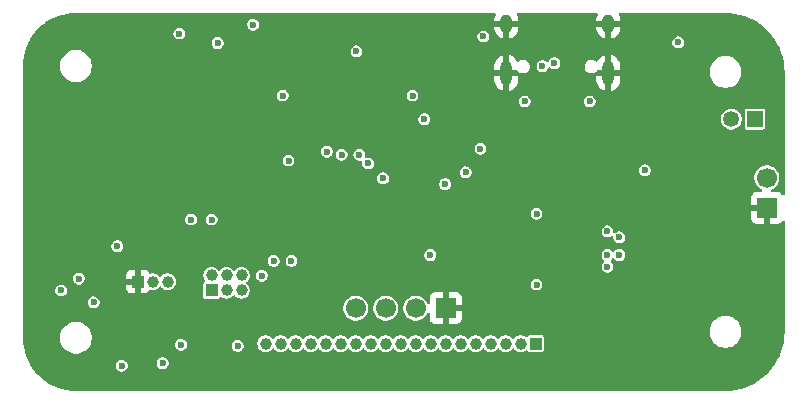
<source format=gbr>
%TF.GenerationSoftware,KiCad,Pcbnew,9.0.1*%
%TF.CreationDate,2025-06-14T17:56:14-05:00*%
%TF.ProjectId,OM-FlexGrid-Rigid-PCB,4f4d2d46-6c65-4784-9772-69642d526967,rev?*%
%TF.SameCoordinates,Original*%
%TF.FileFunction,Copper,L2,Inr*%
%TF.FilePolarity,Positive*%
%FSLAX46Y46*%
G04 Gerber Fmt 4.6, Leading zero omitted, Abs format (unit mm)*
G04 Created by KiCad (PCBNEW 9.0.1) date 2025-06-14 17:56:14*
%MOMM*%
%LPD*%
G01*
G04 APERTURE LIST*
%TA.AperFunction,ComponentPad*%
%ADD10R,1.000000X1.000000*%
%TD*%
%TA.AperFunction,ComponentPad*%
%ADD11C,1.000000*%
%TD*%
%TA.AperFunction,ComponentPad*%
%ADD12R,1.700000X1.700000*%
%TD*%
%TA.AperFunction,ComponentPad*%
%ADD13C,1.700000*%
%TD*%
%TA.AperFunction,HeatsinkPad*%
%ADD14O,1.000000X2.100000*%
%TD*%
%TA.AperFunction,HeatsinkPad*%
%ADD15O,1.000000X1.600000*%
%TD*%
%TA.AperFunction,ComponentPad*%
%ADD16R,1.350000X1.350000*%
%TD*%
%TA.AperFunction,ComponentPad*%
%ADD17C,1.350000*%
%TD*%
%TA.AperFunction,ViaPad*%
%ADD18C,0.600000*%
%TD*%
G04 APERTURE END LIST*
D10*
%TO.N,GND*%
%TO.C,J6*%
X162230000Y-121750000D03*
D11*
%TO.N,RX*%
X163500000Y-121750000D03*
%TO.N,TX*%
X164770000Y-121750000D03*
%TD*%
D10*
%TO.N,GP41*%
%TO.C,J1*%
X168480000Y-122500000D03*
D11*
%TO.N,SPI_MOSI*%
X168480000Y-121230000D03*
%TO.N,SPI_SCK*%
X169750000Y-122500000D03*
%TO.N,SPI_MISO*%
X169750000Y-121230000D03*
%TO.N,CS*%
X171020000Y-122500000D03*
%TO.N,GP40*%
X171020000Y-121230000D03*
%TD*%
D12*
%TO.N,GND*%
%TO.C,SCRN1*%
X188310000Y-124000000D03*
D13*
%TO.N,+3V3*%
X185770000Y-124000000D03*
%TO.N,SCL*%
X183230000Y-124000000D03*
%TO.N,SDA*%
X180690000Y-124000000D03*
%TD*%
D12*
%TO.N,GND*%
%TO.C,J2*%
X215500000Y-115500000D03*
D13*
%TO.N,VBAT*%
X215500000Y-112960000D03*
%TD*%
D14*
%TO.N,GND*%
%TO.C,J4*%
X202070000Y-104085000D03*
D15*
X202070000Y-99905000D03*
D14*
X193430000Y-104085000D03*
D15*
X193430000Y-99905000D03*
%TD*%
D16*
%TO.N,VBAT*%
%TO.C,J5*%
X214500000Y-108000000D03*
D17*
%TO.N,MotorGND*%
X212500000Y-108000000D03*
%TD*%
D10*
%TO.N,COL_0*%
%TO.C,J3*%
X195930000Y-127000000D03*
D11*
%TO.N,COL_1*%
X194660000Y-127000000D03*
%TO.N,COL_2*%
X193390000Y-127000000D03*
%TO.N,COL_3*%
X192120000Y-127000000D03*
%TO.N,COL_4*%
X190850000Y-127000000D03*
%TO.N,COL_5*%
X189580000Y-127000000D03*
%TO.N,COL_6*%
X188310000Y-127000000D03*
%TO.N,COL_7*%
X187040000Y-127000000D03*
%TO.N,COL_8*%
X185770000Y-127000000D03*
%TO.N,COL_9*%
X184500000Y-127000000D03*
%TO.N,COL_10*%
X183230000Y-127000000D03*
%TO.N,COL_11*%
X181960000Y-127000000D03*
%TO.N,COL_12*%
X180690000Y-127000000D03*
%TO.N,COL_13*%
X179420000Y-127000000D03*
%TO.N,COL_14*%
X178150000Y-127000000D03*
%TO.N,ROW_0*%
X176880000Y-127000000D03*
%TO.N,ROW_1*%
X175610000Y-127000000D03*
%TO.N,ROW_2*%
X174340000Y-127000000D03*
%TO.N,ROW_3*%
X173070000Y-127000000D03*
%TD*%
D18*
%TO.N,GND*%
X170040000Y-109960000D03*
X167112500Y-104887500D03*
%TO.N,100*%
X191500000Y-101000000D03*
%TO.N,SPI_SCK*%
X172750000Y-121250000D03*
%TO.N,GP41*%
X155750000Y-122500000D03*
%TO.N,GP40*%
X157250000Y-121500000D03*
%TO.N,+3V3*%
X205175000Y-112325000D03*
%TO.N,D-*%
X196500000Y-103500000D03*
%TO.N,D+*%
X197500000Y-103250000D03*
%TO.N,ADC_BAT*%
X188250000Y-113500000D03*
%TO.N,EN*%
X208000000Y-101500000D03*
%TO.N,VBAT*%
X191250000Y-110500000D03*
%TO.N,ROW_3*%
X158500000Y-123500000D03*
X166750000Y-116500000D03*
%TO.N,GND*%
X161000000Y-101000000D03*
X154500000Y-109500000D03*
X154500000Y-117250000D03*
%TO.N,SELECT*%
X173750000Y-120000000D03*
%TO.N,MENU*%
X160500000Y-118750000D03*
%TO.N,PWR_OFF*%
X165750000Y-100750000D03*
%TO.N,ROW_1*%
X165900000Y-127100000D03*
%TO.N,ROW_0*%
X170700000Y-127200000D03*
%TO.N,ROW_2*%
X164350000Y-128650000D03*
%TO.N,ROW_3*%
X160875000Y-128875000D03*
%TO.N,SCL*%
X175250000Y-120000000D03*
%TO.N,S1*%
X181750000Y-111750000D03*
%TO.N,S2*%
X181000000Y-111000000D03*
%TO.N,GP16_E*%
X179500000Y-111000000D03*
%TO.N,S3*%
X178250000Y-110750000D03*
%TO.N,S0*%
X183000000Y-113000000D03*
%TO.N,+3V3*%
X180750000Y-102250000D03*
%TO.N,GND*%
X178750000Y-100000000D03*
%TO.N,Net-(MAX1-In)*%
X169000000Y-101550000D03*
X172000000Y-100000000D03*
%TO.N,GND*%
X187000000Y-117500000D03*
%TO.N,+3V3*%
X187000000Y-119500000D03*
%TO.N,GND*%
X185500000Y-120000000D03*
%TO.N,S3*%
X203000000Y-119500000D03*
%TO.N,S0*%
X202000000Y-117500000D03*
%TO.N,S1*%
X203000000Y-118000000D03*
%TO.N,S2*%
X202000000Y-119500000D03*
%TO.N,GP16_E*%
X202000000Y-120500000D03*
%TO.N,+3V3*%
X196000000Y-122000000D03*
X196000000Y-116000000D03*
%TO.N,GND*%
X204000000Y-116000000D03*
%TO.N,Net-(D2-K)*%
X185500000Y-106000000D03*
X190000000Y-112500000D03*
%TO.N,GND*%
X183000000Y-111500000D03*
X182500000Y-106500000D03*
X194000000Y-113000000D03*
X208000000Y-111000000D03*
X209350000Y-117000000D03*
X169900000Y-125500000D03*
X166800000Y-125500000D03*
X163700000Y-125500000D03*
X160500000Y-125500000D03*
X198500000Y-109650000D03*
%TO.N,VBUS*%
X168500000Y-116500000D03*
X186500000Y-108000000D03*
X175000000Y-111500000D03*
X195000000Y-106500000D03*
X200500000Y-106500000D03*
%TO.N,GND*%
X174950000Y-109950000D03*
%TO.N,+3V3*%
X174500000Y-106000000D03*
%TO.N,GND*%
X170500000Y-106000000D03*
%TD*%
%TA.AperFunction,Conductor*%
%TO.N,GND*%
G36*
X192479459Y-99020185D02*
G01*
X192525214Y-99072989D01*
X192535158Y-99142147D01*
X192526981Y-99171952D01*
X192468430Y-99313306D01*
X192468427Y-99313318D01*
X192430000Y-99506504D01*
X192430000Y-99655000D01*
X193130000Y-99655000D01*
X193130000Y-100155000D01*
X192430000Y-100155000D01*
X192430000Y-100303495D01*
X192468427Y-100496681D01*
X192468430Y-100496693D01*
X192543807Y-100678671D01*
X192543814Y-100678684D01*
X192653248Y-100842462D01*
X192653251Y-100842466D01*
X192792533Y-100981748D01*
X192792537Y-100981751D01*
X192956315Y-101091185D01*
X192956328Y-101091192D01*
X193138308Y-101166569D01*
X193180000Y-101174862D01*
X193180000Y-100371988D01*
X193189940Y-100389205D01*
X193245795Y-100445060D01*
X193314204Y-100484556D01*
X193390504Y-100505000D01*
X193469496Y-100505000D01*
X193545796Y-100484556D01*
X193614205Y-100445060D01*
X193670060Y-100389205D01*
X193680000Y-100371988D01*
X193680000Y-101174862D01*
X193721690Y-101166569D01*
X193721692Y-101166569D01*
X193903671Y-101091192D01*
X193903684Y-101091185D01*
X194067462Y-100981751D01*
X194067466Y-100981748D01*
X194206748Y-100842466D01*
X194206751Y-100842462D01*
X194316185Y-100678684D01*
X194316192Y-100678671D01*
X194391569Y-100496693D01*
X194391572Y-100496681D01*
X194429999Y-100303495D01*
X194430000Y-100303492D01*
X194430000Y-100155000D01*
X193730000Y-100155000D01*
X193730000Y-99655000D01*
X194430000Y-99655000D01*
X194430000Y-99506508D01*
X194429999Y-99506504D01*
X194391572Y-99313318D01*
X194391569Y-99313306D01*
X194333019Y-99171952D01*
X194325550Y-99102483D01*
X194356825Y-99040004D01*
X194416914Y-99004352D01*
X194447580Y-99000500D01*
X201052420Y-99000500D01*
X201119459Y-99020185D01*
X201165214Y-99072989D01*
X201175158Y-99142147D01*
X201166981Y-99171952D01*
X201108430Y-99313306D01*
X201108427Y-99313318D01*
X201070000Y-99506504D01*
X201070000Y-99655000D01*
X201770000Y-99655000D01*
X201770000Y-100155000D01*
X201070000Y-100155000D01*
X201070000Y-100303495D01*
X201108427Y-100496681D01*
X201108430Y-100496693D01*
X201183807Y-100678671D01*
X201183814Y-100678684D01*
X201293248Y-100842462D01*
X201293251Y-100842466D01*
X201432533Y-100981748D01*
X201432537Y-100981751D01*
X201596315Y-101091185D01*
X201596328Y-101091192D01*
X201778308Y-101166569D01*
X201820000Y-101174862D01*
X201820000Y-100371988D01*
X201829940Y-100389205D01*
X201885795Y-100445060D01*
X201954204Y-100484556D01*
X202030504Y-100505000D01*
X202109496Y-100505000D01*
X202185796Y-100484556D01*
X202254205Y-100445060D01*
X202310060Y-100389205D01*
X202320000Y-100371988D01*
X202320000Y-101174862D01*
X202361690Y-101166569D01*
X202361692Y-101166569D01*
X202543671Y-101091192D01*
X202543684Y-101091185D01*
X202707462Y-100981751D01*
X202707466Y-100981748D01*
X202846748Y-100842466D01*
X202846751Y-100842462D01*
X202956185Y-100678684D01*
X202956192Y-100678671D01*
X203031569Y-100496693D01*
X203031572Y-100496681D01*
X203069999Y-100303495D01*
X203070000Y-100303492D01*
X203070000Y-100155000D01*
X202370000Y-100155000D01*
X202370000Y-99655000D01*
X203070000Y-99655000D01*
X203070000Y-99506508D01*
X203069999Y-99506504D01*
X203031572Y-99313318D01*
X203031569Y-99313306D01*
X202973019Y-99171952D01*
X202965550Y-99102483D01*
X202996825Y-99040004D01*
X203056914Y-99004352D01*
X203087580Y-99000500D01*
X211934108Y-99000500D01*
X211997439Y-99000500D01*
X212002562Y-99000605D01*
X212407746Y-99017364D01*
X212417919Y-99018207D01*
X212817817Y-99068054D01*
X212827901Y-99069737D01*
X213222294Y-99152432D01*
X213232208Y-99154942D01*
X213618436Y-99269928D01*
X213628104Y-99273247D01*
X213863092Y-99364940D01*
X214003502Y-99419728D01*
X214012887Y-99423845D01*
X214374880Y-99600813D01*
X214383894Y-99605690D01*
X214730070Y-99811966D01*
X214738638Y-99817564D01*
X215066593Y-100051719D01*
X215074668Y-100058005D01*
X215189190Y-100155000D01*
X215382155Y-100318433D01*
X215389695Y-100325374D01*
X215674625Y-100610304D01*
X215681566Y-100617844D01*
X215941989Y-100925325D01*
X215948282Y-100933410D01*
X216055522Y-101083608D01*
X216182431Y-101261355D01*
X216188037Y-101269935D01*
X216394309Y-101616105D01*
X216399186Y-101625119D01*
X216576154Y-101987112D01*
X216580271Y-101996497D01*
X216726747Y-102371883D01*
X216730075Y-102381576D01*
X216845053Y-102767778D01*
X216847569Y-102777714D01*
X216930260Y-103172089D01*
X216931947Y-103182197D01*
X216981790Y-103582059D01*
X216982636Y-103592273D01*
X216999394Y-103997437D01*
X216999500Y-104002561D01*
X216999500Y-114310730D01*
X216979815Y-114377769D01*
X216927011Y-114423524D01*
X216857853Y-114433468D01*
X216794297Y-114404443D01*
X216776234Y-114385042D01*
X216707187Y-114292809D01*
X216592093Y-114206649D01*
X216592086Y-114206645D01*
X216457379Y-114156403D01*
X216457372Y-114156401D01*
X216397844Y-114150000D01*
X215995565Y-114150000D01*
X215928526Y-114130315D01*
X215882771Y-114077511D01*
X215872827Y-114008353D01*
X215901852Y-113944797D01*
X215948112Y-113911439D01*
X215953608Y-113909162D01*
X215997598Y-113890941D01*
X216169655Y-113775977D01*
X216315977Y-113629655D01*
X216430941Y-113457598D01*
X216510130Y-113266420D01*
X216550500Y-113063465D01*
X216550500Y-112856535D01*
X216510130Y-112653580D01*
X216430941Y-112462402D01*
X216315977Y-112290345D01*
X216315975Y-112290342D01*
X216169657Y-112144024D01*
X216004406Y-112033608D01*
X215997598Y-112029059D01*
X215970141Y-112017686D01*
X215806420Y-111949870D01*
X215806412Y-111949868D01*
X215603469Y-111909500D01*
X215603465Y-111909500D01*
X215396535Y-111909500D01*
X215396530Y-111909500D01*
X215193587Y-111949868D01*
X215193579Y-111949870D01*
X215002403Y-112029058D01*
X214830342Y-112144024D01*
X214684024Y-112290342D01*
X214569058Y-112462403D01*
X214489870Y-112653579D01*
X214489868Y-112653587D01*
X214449500Y-112856530D01*
X214449500Y-113063469D01*
X214475303Y-113193187D01*
X214489870Y-113266420D01*
X214569059Y-113457598D01*
X214574935Y-113466392D01*
X214684024Y-113629657D01*
X214830342Y-113775975D01*
X214830345Y-113775977D01*
X215002402Y-113890941D01*
X215041993Y-113907340D01*
X215051888Y-113911439D01*
X215106291Y-113955280D01*
X215128356Y-114021574D01*
X215111077Y-114089274D01*
X215059939Y-114136884D01*
X215004435Y-114150000D01*
X214602155Y-114150000D01*
X214542627Y-114156401D01*
X214542620Y-114156403D01*
X214407913Y-114206645D01*
X214407906Y-114206649D01*
X214292812Y-114292809D01*
X214292809Y-114292812D01*
X214206649Y-114407906D01*
X214206645Y-114407913D01*
X214156403Y-114542620D01*
X214156401Y-114542627D01*
X214150000Y-114602155D01*
X214150000Y-115250000D01*
X215066988Y-115250000D01*
X215034075Y-115307007D01*
X215000000Y-115434174D01*
X215000000Y-115565826D01*
X215034075Y-115692993D01*
X215066988Y-115750000D01*
X214150000Y-115750000D01*
X214150000Y-116397844D01*
X214156401Y-116457372D01*
X214156403Y-116457379D01*
X214206645Y-116592086D01*
X214206649Y-116592093D01*
X214292809Y-116707187D01*
X214292812Y-116707190D01*
X214407906Y-116793350D01*
X214407913Y-116793354D01*
X214542620Y-116843596D01*
X214542627Y-116843598D01*
X214602155Y-116849999D01*
X214602172Y-116850000D01*
X215250000Y-116850000D01*
X215250000Y-115933012D01*
X215307007Y-115965925D01*
X215434174Y-116000000D01*
X215565826Y-116000000D01*
X215692993Y-115965925D01*
X215750000Y-115933012D01*
X215750000Y-116850000D01*
X216397828Y-116850000D01*
X216397844Y-116849999D01*
X216457372Y-116843598D01*
X216457379Y-116843596D01*
X216592086Y-116793354D01*
X216592093Y-116793350D01*
X216707187Y-116707190D01*
X216707190Y-116707187D01*
X216776234Y-116614958D01*
X216832168Y-116573087D01*
X216901859Y-116568103D01*
X216963182Y-116601589D01*
X216996666Y-116662912D01*
X216999500Y-116689269D01*
X216999500Y-125997438D01*
X216999394Y-126002562D01*
X216982636Y-126407726D01*
X216981790Y-126417940D01*
X216931947Y-126817802D01*
X216930260Y-126827910D01*
X216847569Y-127222285D01*
X216845053Y-127232221D01*
X216730075Y-127618423D01*
X216726747Y-127628116D01*
X216580271Y-128003502D01*
X216576154Y-128012887D01*
X216399186Y-128374880D01*
X216394309Y-128383894D01*
X216188037Y-128730064D01*
X216182431Y-128738644D01*
X215948284Y-129066587D01*
X215941989Y-129074674D01*
X215681566Y-129382155D01*
X215674625Y-129389695D01*
X215389695Y-129674625D01*
X215382155Y-129681566D01*
X215074674Y-129941989D01*
X215066587Y-129948284D01*
X214738644Y-130182431D01*
X214730064Y-130188037D01*
X214383894Y-130394309D01*
X214374880Y-130399186D01*
X214012887Y-130576154D01*
X214003502Y-130580271D01*
X213628116Y-130726747D01*
X213618423Y-130730075D01*
X213232221Y-130845053D01*
X213222285Y-130847569D01*
X212827910Y-130930260D01*
X212817802Y-130931947D01*
X212417940Y-130981790D01*
X212407726Y-130982636D01*
X212002563Y-130999394D01*
X211997439Y-130999500D01*
X157002706Y-130999500D01*
X156997297Y-130999382D01*
X156613249Y-130982614D01*
X156602473Y-130981671D01*
X156224042Y-130931849D01*
X156213389Y-130929971D01*
X155840727Y-130847354D01*
X155830278Y-130844554D01*
X155466244Y-130729775D01*
X155456078Y-130726075D01*
X155103427Y-130580002D01*
X155093623Y-130575430D01*
X154755057Y-130399183D01*
X154745689Y-130393775D01*
X154423755Y-130188681D01*
X154414894Y-130182476D01*
X154112069Y-129950110D01*
X154103782Y-129943156D01*
X153822364Y-129685284D01*
X153814715Y-129677635D01*
X153556843Y-129396217D01*
X153549889Y-129387930D01*
X153317523Y-129085105D01*
X153311318Y-129076244D01*
X153306185Y-129068187D01*
X153141134Y-128809108D01*
X160374500Y-128809108D01*
X160374500Y-128940891D01*
X160408608Y-129068187D01*
X160418376Y-129085105D01*
X160474500Y-129182314D01*
X160567686Y-129275500D01*
X160681814Y-129341392D01*
X160809108Y-129375500D01*
X160809110Y-129375500D01*
X160940890Y-129375500D01*
X160940892Y-129375500D01*
X161068186Y-129341392D01*
X161182314Y-129275500D01*
X161275500Y-129182314D01*
X161341392Y-129068186D01*
X161375500Y-128940892D01*
X161375500Y-128809108D01*
X161341392Y-128681814D01*
X161284981Y-128584108D01*
X163849500Y-128584108D01*
X163849500Y-128715892D01*
X163854477Y-128734467D01*
X163883608Y-128843187D01*
X163897707Y-128867606D01*
X163949500Y-128957314D01*
X164042686Y-129050500D01*
X164156814Y-129116392D01*
X164284108Y-129150500D01*
X164284110Y-129150500D01*
X164415890Y-129150500D01*
X164415892Y-129150500D01*
X164543186Y-129116392D01*
X164657314Y-129050500D01*
X164750500Y-128957314D01*
X164816392Y-128843186D01*
X164850500Y-128715892D01*
X164850500Y-128584108D01*
X164816392Y-128456814D01*
X164750500Y-128342686D01*
X164657314Y-128249500D01*
X164600250Y-128216554D01*
X164543187Y-128183608D01*
X164479539Y-128166554D01*
X164415892Y-128149500D01*
X164284108Y-128149500D01*
X164156812Y-128183608D01*
X164042686Y-128249500D01*
X164042683Y-128249502D01*
X163949502Y-128342683D01*
X163949500Y-128342686D01*
X163883608Y-128456812D01*
X163871719Y-128501185D01*
X163849500Y-128584108D01*
X161284981Y-128584108D01*
X161275500Y-128567686D01*
X161182314Y-128474500D01*
X161125250Y-128441554D01*
X161068187Y-128408608D01*
X160975951Y-128383894D01*
X160940892Y-128374500D01*
X160809108Y-128374500D01*
X160681812Y-128408608D01*
X160567686Y-128474500D01*
X160567683Y-128474502D01*
X160474502Y-128567683D01*
X160474500Y-128567686D01*
X160408608Y-128681812D01*
X160374500Y-128809108D01*
X153141134Y-128809108D01*
X153106223Y-128754309D01*
X153100816Y-128744942D01*
X152924566Y-128406369D01*
X152919997Y-128396572D01*
X152911012Y-128374880D01*
X152773920Y-128043911D01*
X152770224Y-128033755D01*
X152655442Y-127669710D01*
X152652648Y-127659284D01*
X152570025Y-127286597D01*
X152568152Y-127275971D01*
X152518326Y-126897506D01*
X152517386Y-126886771D01*
X152500618Y-126502702D01*
X152500500Y-126497293D01*
X152500500Y-126393713D01*
X155649500Y-126393713D01*
X155649500Y-126606286D01*
X155682753Y-126816239D01*
X155682753Y-126816241D01*
X155682754Y-126816243D01*
X155744673Y-127006810D01*
X155748444Y-127018414D01*
X155844951Y-127207820D01*
X155969890Y-127379786D01*
X156120213Y-127530109D01*
X156292179Y-127655048D01*
X156292181Y-127655049D01*
X156292184Y-127655051D01*
X156481588Y-127751557D01*
X156683757Y-127817246D01*
X156893713Y-127850500D01*
X156893714Y-127850500D01*
X157106286Y-127850500D01*
X157106287Y-127850500D01*
X157316243Y-127817246D01*
X157518412Y-127751557D01*
X157707816Y-127655051D01*
X157754999Y-127620771D01*
X157879786Y-127530109D01*
X157879788Y-127530106D01*
X157879792Y-127530104D01*
X158030104Y-127379792D01*
X158030106Y-127379788D01*
X158030109Y-127379786D01*
X158155048Y-127207820D01*
X158155047Y-127207820D01*
X158155051Y-127207816D01*
X158243560Y-127034108D01*
X165399500Y-127034108D01*
X165399500Y-127165892D01*
X165414610Y-127222285D01*
X165433608Y-127293187D01*
X165466554Y-127350250D01*
X165499500Y-127407314D01*
X165592686Y-127500500D01*
X165706814Y-127566392D01*
X165834108Y-127600500D01*
X165834110Y-127600500D01*
X165965890Y-127600500D01*
X165965892Y-127600500D01*
X166093186Y-127566392D01*
X166207314Y-127500500D01*
X166300500Y-127407314D01*
X166366392Y-127293186D01*
X166400500Y-127165892D01*
X166400500Y-127134108D01*
X170199500Y-127134108D01*
X170199500Y-127265891D01*
X170233608Y-127393187D01*
X170246108Y-127414837D01*
X170299500Y-127507314D01*
X170392686Y-127600500D01*
X170506814Y-127666392D01*
X170634108Y-127700500D01*
X170634110Y-127700500D01*
X170765890Y-127700500D01*
X170765892Y-127700500D01*
X170893186Y-127666392D01*
X171007314Y-127600500D01*
X171100500Y-127507314D01*
X171166392Y-127393186D01*
X171200500Y-127265892D01*
X171200500Y-127134108D01*
X171183053Y-127068995D01*
X172369499Y-127068995D01*
X172396418Y-127204322D01*
X172396421Y-127204332D01*
X172449221Y-127331804D01*
X172449228Y-127331817D01*
X172525885Y-127446541D01*
X172525888Y-127446545D01*
X172623454Y-127544111D01*
X172623458Y-127544114D01*
X172738182Y-127620771D01*
X172738195Y-127620778D01*
X172865667Y-127673578D01*
X172865672Y-127673580D01*
X172865676Y-127673580D01*
X172865677Y-127673581D01*
X173001004Y-127700500D01*
X173001007Y-127700500D01*
X173138995Y-127700500D01*
X173230041Y-127682389D01*
X173274328Y-127673580D01*
X173401811Y-127620775D01*
X173516542Y-127544114D01*
X173560159Y-127500497D01*
X173617319Y-127443338D01*
X173678642Y-127409853D01*
X173748334Y-127414837D01*
X173792681Y-127443338D01*
X173893454Y-127544111D01*
X173893458Y-127544114D01*
X174008182Y-127620771D01*
X174008195Y-127620778D01*
X174135667Y-127673578D01*
X174135672Y-127673580D01*
X174135676Y-127673580D01*
X174135677Y-127673581D01*
X174271004Y-127700500D01*
X174271007Y-127700500D01*
X174408995Y-127700500D01*
X174500041Y-127682389D01*
X174544328Y-127673580D01*
X174671811Y-127620775D01*
X174786542Y-127544114D01*
X174830159Y-127500497D01*
X174887319Y-127443338D01*
X174948642Y-127409853D01*
X175018334Y-127414837D01*
X175062681Y-127443338D01*
X175163454Y-127544111D01*
X175163458Y-127544114D01*
X175278182Y-127620771D01*
X175278195Y-127620778D01*
X175405667Y-127673578D01*
X175405672Y-127673580D01*
X175405676Y-127673580D01*
X175405677Y-127673581D01*
X175541004Y-127700500D01*
X175541007Y-127700500D01*
X175678995Y-127700500D01*
X175770041Y-127682389D01*
X175814328Y-127673580D01*
X175941811Y-127620775D01*
X176056542Y-127544114D01*
X176100159Y-127500497D01*
X176157319Y-127443338D01*
X176218642Y-127409853D01*
X176288334Y-127414837D01*
X176332681Y-127443338D01*
X176433454Y-127544111D01*
X176433458Y-127544114D01*
X176548182Y-127620771D01*
X176548195Y-127620778D01*
X176675667Y-127673578D01*
X176675672Y-127673580D01*
X176675676Y-127673580D01*
X176675677Y-127673581D01*
X176811004Y-127700500D01*
X176811007Y-127700500D01*
X176948995Y-127700500D01*
X177040041Y-127682389D01*
X177084328Y-127673580D01*
X177211811Y-127620775D01*
X177326542Y-127544114D01*
X177370159Y-127500497D01*
X177427319Y-127443338D01*
X177488642Y-127409853D01*
X177558334Y-127414837D01*
X177602681Y-127443338D01*
X177703454Y-127544111D01*
X177703458Y-127544114D01*
X177818182Y-127620771D01*
X177818195Y-127620778D01*
X177945667Y-127673578D01*
X177945672Y-127673580D01*
X177945676Y-127673580D01*
X177945677Y-127673581D01*
X178081004Y-127700500D01*
X178081007Y-127700500D01*
X178218995Y-127700500D01*
X178310041Y-127682389D01*
X178354328Y-127673580D01*
X178481811Y-127620775D01*
X178596542Y-127544114D01*
X178640159Y-127500497D01*
X178697319Y-127443338D01*
X178758642Y-127409853D01*
X178828334Y-127414837D01*
X178872681Y-127443338D01*
X178973454Y-127544111D01*
X178973458Y-127544114D01*
X179088182Y-127620771D01*
X179088195Y-127620778D01*
X179215667Y-127673578D01*
X179215672Y-127673580D01*
X179215676Y-127673580D01*
X179215677Y-127673581D01*
X179351004Y-127700500D01*
X179351007Y-127700500D01*
X179488995Y-127700500D01*
X179580041Y-127682389D01*
X179624328Y-127673580D01*
X179751811Y-127620775D01*
X179866542Y-127544114D01*
X179910159Y-127500497D01*
X179967319Y-127443338D01*
X180028642Y-127409853D01*
X180098334Y-127414837D01*
X180142681Y-127443338D01*
X180243454Y-127544111D01*
X180243458Y-127544114D01*
X180358182Y-127620771D01*
X180358195Y-127620778D01*
X180485667Y-127673578D01*
X180485672Y-127673580D01*
X180485676Y-127673580D01*
X180485677Y-127673581D01*
X180621004Y-127700500D01*
X180621007Y-127700500D01*
X180758995Y-127700500D01*
X180850041Y-127682389D01*
X180894328Y-127673580D01*
X181021811Y-127620775D01*
X181136542Y-127544114D01*
X181180159Y-127500497D01*
X181237319Y-127443338D01*
X181298642Y-127409853D01*
X181368334Y-127414837D01*
X181412681Y-127443338D01*
X181513454Y-127544111D01*
X181513458Y-127544114D01*
X181628182Y-127620771D01*
X181628195Y-127620778D01*
X181755667Y-127673578D01*
X181755672Y-127673580D01*
X181755676Y-127673580D01*
X181755677Y-127673581D01*
X181891004Y-127700500D01*
X181891007Y-127700500D01*
X182028995Y-127700500D01*
X182120041Y-127682389D01*
X182164328Y-127673580D01*
X182291811Y-127620775D01*
X182406542Y-127544114D01*
X182450159Y-127500497D01*
X182507319Y-127443338D01*
X182568642Y-127409853D01*
X182638334Y-127414837D01*
X182682681Y-127443338D01*
X182783454Y-127544111D01*
X182783458Y-127544114D01*
X182898182Y-127620771D01*
X182898195Y-127620778D01*
X183025667Y-127673578D01*
X183025672Y-127673580D01*
X183025676Y-127673580D01*
X183025677Y-127673581D01*
X183161004Y-127700500D01*
X183161007Y-127700500D01*
X183298995Y-127700500D01*
X183390041Y-127682389D01*
X183434328Y-127673580D01*
X183561811Y-127620775D01*
X183676542Y-127544114D01*
X183720159Y-127500497D01*
X183777319Y-127443338D01*
X183838642Y-127409853D01*
X183908334Y-127414837D01*
X183952681Y-127443338D01*
X184053454Y-127544111D01*
X184053458Y-127544114D01*
X184168182Y-127620771D01*
X184168195Y-127620778D01*
X184295667Y-127673578D01*
X184295672Y-127673580D01*
X184295676Y-127673580D01*
X184295677Y-127673581D01*
X184431004Y-127700500D01*
X184431007Y-127700500D01*
X184568995Y-127700500D01*
X184660041Y-127682389D01*
X184704328Y-127673580D01*
X184831811Y-127620775D01*
X184946542Y-127544114D01*
X184990159Y-127500497D01*
X185047319Y-127443338D01*
X185108642Y-127409853D01*
X185178334Y-127414837D01*
X185222681Y-127443338D01*
X185323454Y-127544111D01*
X185323458Y-127544114D01*
X185438182Y-127620771D01*
X185438195Y-127620778D01*
X185565667Y-127673578D01*
X185565672Y-127673580D01*
X185565676Y-127673580D01*
X185565677Y-127673581D01*
X185701004Y-127700500D01*
X185701007Y-127700500D01*
X185838995Y-127700500D01*
X185930041Y-127682389D01*
X185974328Y-127673580D01*
X186101811Y-127620775D01*
X186216542Y-127544114D01*
X186260159Y-127500497D01*
X186317319Y-127443338D01*
X186378642Y-127409853D01*
X186448334Y-127414837D01*
X186492681Y-127443338D01*
X186593454Y-127544111D01*
X186593458Y-127544114D01*
X186708182Y-127620771D01*
X186708195Y-127620778D01*
X186835667Y-127673578D01*
X186835672Y-127673580D01*
X186835676Y-127673580D01*
X186835677Y-127673581D01*
X186971004Y-127700500D01*
X186971007Y-127700500D01*
X187108995Y-127700500D01*
X187200041Y-127682389D01*
X187244328Y-127673580D01*
X187371811Y-127620775D01*
X187486542Y-127544114D01*
X187530159Y-127500497D01*
X187587319Y-127443338D01*
X187648642Y-127409853D01*
X187718334Y-127414837D01*
X187762681Y-127443338D01*
X187863454Y-127544111D01*
X187863458Y-127544114D01*
X187978182Y-127620771D01*
X187978195Y-127620778D01*
X188105667Y-127673578D01*
X188105672Y-127673580D01*
X188105676Y-127673580D01*
X188105677Y-127673581D01*
X188241004Y-127700500D01*
X188241007Y-127700500D01*
X188378995Y-127700500D01*
X188470041Y-127682389D01*
X188514328Y-127673580D01*
X188641811Y-127620775D01*
X188756542Y-127544114D01*
X188800159Y-127500497D01*
X188857319Y-127443338D01*
X188918642Y-127409853D01*
X188988334Y-127414837D01*
X189032681Y-127443338D01*
X189133454Y-127544111D01*
X189133458Y-127544114D01*
X189248182Y-127620771D01*
X189248195Y-127620778D01*
X189375667Y-127673578D01*
X189375672Y-127673580D01*
X189375676Y-127673580D01*
X189375677Y-127673581D01*
X189511004Y-127700500D01*
X189511007Y-127700500D01*
X189648995Y-127700500D01*
X189740041Y-127682389D01*
X189784328Y-127673580D01*
X189911811Y-127620775D01*
X190026542Y-127544114D01*
X190070159Y-127500497D01*
X190127319Y-127443338D01*
X190188642Y-127409853D01*
X190258334Y-127414837D01*
X190302681Y-127443338D01*
X190403454Y-127544111D01*
X190403458Y-127544114D01*
X190518182Y-127620771D01*
X190518195Y-127620778D01*
X190645667Y-127673578D01*
X190645672Y-127673580D01*
X190645676Y-127673580D01*
X190645677Y-127673581D01*
X190781004Y-127700500D01*
X190781007Y-127700500D01*
X190918995Y-127700500D01*
X191010041Y-127682389D01*
X191054328Y-127673580D01*
X191181811Y-127620775D01*
X191296542Y-127544114D01*
X191340159Y-127500497D01*
X191397319Y-127443338D01*
X191458642Y-127409853D01*
X191528334Y-127414837D01*
X191572681Y-127443338D01*
X191673454Y-127544111D01*
X191673458Y-127544114D01*
X191788182Y-127620771D01*
X191788195Y-127620778D01*
X191915667Y-127673578D01*
X191915672Y-127673580D01*
X191915676Y-127673580D01*
X191915677Y-127673581D01*
X192051004Y-127700500D01*
X192051007Y-127700500D01*
X192188995Y-127700500D01*
X192280041Y-127682389D01*
X192324328Y-127673580D01*
X192451811Y-127620775D01*
X192566542Y-127544114D01*
X192610159Y-127500497D01*
X192667319Y-127443338D01*
X192728642Y-127409853D01*
X192798334Y-127414837D01*
X192842681Y-127443338D01*
X192943454Y-127544111D01*
X192943458Y-127544114D01*
X193058182Y-127620771D01*
X193058195Y-127620778D01*
X193185667Y-127673578D01*
X193185672Y-127673580D01*
X193185676Y-127673580D01*
X193185677Y-127673581D01*
X193321004Y-127700500D01*
X193321007Y-127700500D01*
X193458995Y-127700500D01*
X193550041Y-127682389D01*
X193594328Y-127673580D01*
X193721811Y-127620775D01*
X193836542Y-127544114D01*
X193880159Y-127500497D01*
X193937319Y-127443338D01*
X193998642Y-127409853D01*
X194068334Y-127414837D01*
X194112681Y-127443338D01*
X194213454Y-127544111D01*
X194213458Y-127544114D01*
X194328182Y-127620771D01*
X194328195Y-127620778D01*
X194455667Y-127673578D01*
X194455672Y-127673580D01*
X194455676Y-127673580D01*
X194455677Y-127673581D01*
X194591004Y-127700500D01*
X194591007Y-127700500D01*
X194728995Y-127700500D01*
X194820041Y-127682389D01*
X194864328Y-127673580D01*
X194991811Y-127620775D01*
X195080730Y-127561361D01*
X195147405Y-127540484D01*
X195214785Y-127558968D01*
X195252721Y-127595573D01*
X195285447Y-127644552D01*
X195351769Y-127688867D01*
X195351770Y-127688868D01*
X195410247Y-127700499D01*
X195410250Y-127700500D01*
X195410252Y-127700500D01*
X196449750Y-127700500D01*
X196449751Y-127700499D01*
X196464568Y-127697552D01*
X196508229Y-127688868D01*
X196508229Y-127688867D01*
X196508231Y-127688867D01*
X196574552Y-127644552D01*
X196618867Y-127578231D01*
X196618867Y-127578229D01*
X196618868Y-127578229D01*
X196630499Y-127519752D01*
X196630500Y-127519750D01*
X196630500Y-126480249D01*
X196630499Y-126480247D01*
X196618868Y-126421770D01*
X196618867Y-126421769D01*
X196574552Y-126355447D01*
X196508230Y-126311132D01*
X196508229Y-126311131D01*
X196449752Y-126299500D01*
X196449748Y-126299500D01*
X195410252Y-126299500D01*
X195410247Y-126299500D01*
X195351770Y-126311131D01*
X195351769Y-126311132D01*
X195285447Y-126355447D01*
X195252721Y-126404426D01*
X195199108Y-126449231D01*
X195129783Y-126457938D01*
X195080728Y-126438637D01*
X194991817Y-126379228D01*
X194991804Y-126379221D01*
X194864332Y-126326421D01*
X194864322Y-126326418D01*
X194728995Y-126299500D01*
X194728993Y-126299500D01*
X194591007Y-126299500D01*
X194591005Y-126299500D01*
X194455677Y-126326418D01*
X194455667Y-126326421D01*
X194328195Y-126379221D01*
X194328182Y-126379228D01*
X194213458Y-126455885D01*
X194213454Y-126455888D01*
X194112681Y-126556662D01*
X194051358Y-126590147D01*
X193981666Y-126585163D01*
X193937319Y-126556662D01*
X193836545Y-126455888D01*
X193836541Y-126455885D01*
X193721817Y-126379228D01*
X193721804Y-126379221D01*
X193594332Y-126326421D01*
X193594322Y-126326418D01*
X193458995Y-126299500D01*
X193458993Y-126299500D01*
X193321007Y-126299500D01*
X193321005Y-126299500D01*
X193185677Y-126326418D01*
X193185667Y-126326421D01*
X193058195Y-126379221D01*
X193058182Y-126379228D01*
X192943458Y-126455885D01*
X192943454Y-126455888D01*
X192842681Y-126556662D01*
X192781358Y-126590147D01*
X192711666Y-126585163D01*
X192667319Y-126556662D01*
X192566545Y-126455888D01*
X192566541Y-126455885D01*
X192451817Y-126379228D01*
X192451804Y-126379221D01*
X192324332Y-126326421D01*
X192324322Y-126326418D01*
X192188995Y-126299500D01*
X192188993Y-126299500D01*
X192051007Y-126299500D01*
X192051005Y-126299500D01*
X191915677Y-126326418D01*
X191915667Y-126326421D01*
X191788195Y-126379221D01*
X191788182Y-126379228D01*
X191673458Y-126455885D01*
X191673454Y-126455888D01*
X191572681Y-126556662D01*
X191511358Y-126590147D01*
X191441666Y-126585163D01*
X191397319Y-126556662D01*
X191296545Y-126455888D01*
X191296541Y-126455885D01*
X191181817Y-126379228D01*
X191181804Y-126379221D01*
X191054332Y-126326421D01*
X191054322Y-126326418D01*
X190918995Y-126299500D01*
X190918993Y-126299500D01*
X190781007Y-126299500D01*
X190781005Y-126299500D01*
X190645677Y-126326418D01*
X190645667Y-126326421D01*
X190518195Y-126379221D01*
X190518182Y-126379228D01*
X190403458Y-126455885D01*
X190403454Y-126455888D01*
X190302681Y-126556662D01*
X190241358Y-126590147D01*
X190171666Y-126585163D01*
X190127319Y-126556662D01*
X190026545Y-126455888D01*
X190026541Y-126455885D01*
X189911817Y-126379228D01*
X189911804Y-126379221D01*
X189784332Y-126326421D01*
X189784322Y-126326418D01*
X189648995Y-126299500D01*
X189648993Y-126299500D01*
X189511007Y-126299500D01*
X189511005Y-126299500D01*
X189375677Y-126326418D01*
X189375667Y-126326421D01*
X189248195Y-126379221D01*
X189248182Y-126379228D01*
X189133458Y-126455885D01*
X189133454Y-126455888D01*
X189032681Y-126556662D01*
X188971358Y-126590147D01*
X188901666Y-126585163D01*
X188857319Y-126556662D01*
X188756545Y-126455888D01*
X188756541Y-126455885D01*
X188641817Y-126379228D01*
X188641804Y-126379221D01*
X188514332Y-126326421D01*
X188514322Y-126326418D01*
X188378995Y-126299500D01*
X188378993Y-126299500D01*
X188241007Y-126299500D01*
X188241005Y-126299500D01*
X188105677Y-126326418D01*
X188105667Y-126326421D01*
X187978195Y-126379221D01*
X187978182Y-126379228D01*
X187863458Y-126455885D01*
X187863454Y-126455888D01*
X187762681Y-126556662D01*
X187701358Y-126590147D01*
X187631666Y-126585163D01*
X187587319Y-126556662D01*
X187486545Y-126455888D01*
X187486541Y-126455885D01*
X187371817Y-126379228D01*
X187371804Y-126379221D01*
X187244332Y-126326421D01*
X187244322Y-126326418D01*
X187108995Y-126299500D01*
X187108993Y-126299500D01*
X186971007Y-126299500D01*
X186971005Y-126299500D01*
X186835677Y-126326418D01*
X186835667Y-126326421D01*
X186708195Y-126379221D01*
X186708182Y-126379228D01*
X186593458Y-126455885D01*
X186593454Y-126455888D01*
X186492681Y-126556662D01*
X186431358Y-126590147D01*
X186361666Y-126585163D01*
X186317319Y-126556662D01*
X186216545Y-126455888D01*
X186216541Y-126455885D01*
X186101817Y-126379228D01*
X186101804Y-126379221D01*
X185974332Y-126326421D01*
X185974322Y-126326418D01*
X185838995Y-126299500D01*
X185838993Y-126299500D01*
X185701007Y-126299500D01*
X185701005Y-126299500D01*
X185565677Y-126326418D01*
X185565667Y-126326421D01*
X185438195Y-126379221D01*
X185438182Y-126379228D01*
X185323458Y-126455885D01*
X185323454Y-126455888D01*
X185222681Y-126556662D01*
X185161358Y-126590147D01*
X185091666Y-126585163D01*
X185047319Y-126556662D01*
X184946545Y-126455888D01*
X184946541Y-126455885D01*
X184831817Y-126379228D01*
X184831804Y-126379221D01*
X184704332Y-126326421D01*
X184704322Y-126326418D01*
X184568995Y-126299500D01*
X184568993Y-126299500D01*
X184431007Y-126299500D01*
X184431005Y-126299500D01*
X184295677Y-126326418D01*
X184295667Y-126326421D01*
X184168195Y-126379221D01*
X184168182Y-126379228D01*
X184053458Y-126455885D01*
X184053454Y-126455888D01*
X183952681Y-126556662D01*
X183891358Y-126590147D01*
X183821666Y-126585163D01*
X183777319Y-126556662D01*
X183676545Y-126455888D01*
X183676541Y-126455885D01*
X183561817Y-126379228D01*
X183561804Y-126379221D01*
X183434332Y-126326421D01*
X183434322Y-126326418D01*
X183298995Y-126299500D01*
X183298993Y-126299500D01*
X183161007Y-126299500D01*
X183161005Y-126299500D01*
X183025677Y-126326418D01*
X183025667Y-126326421D01*
X182898195Y-126379221D01*
X182898182Y-126379228D01*
X182783458Y-126455885D01*
X182783454Y-126455888D01*
X182682681Y-126556662D01*
X182621358Y-126590147D01*
X182551666Y-126585163D01*
X182507319Y-126556662D01*
X182406545Y-126455888D01*
X182406541Y-126455885D01*
X182291817Y-126379228D01*
X182291804Y-126379221D01*
X182164332Y-126326421D01*
X182164322Y-126326418D01*
X182028995Y-126299500D01*
X182028993Y-126299500D01*
X181891007Y-126299500D01*
X181891005Y-126299500D01*
X181755677Y-126326418D01*
X181755667Y-126326421D01*
X181628195Y-126379221D01*
X181628182Y-126379228D01*
X181513458Y-126455885D01*
X181513454Y-126455888D01*
X181412681Y-126556662D01*
X181351358Y-126590147D01*
X181281666Y-126585163D01*
X181237319Y-126556662D01*
X181136545Y-126455888D01*
X181136541Y-126455885D01*
X181021817Y-126379228D01*
X181021804Y-126379221D01*
X180894332Y-126326421D01*
X180894322Y-126326418D01*
X180758995Y-126299500D01*
X180758993Y-126299500D01*
X180621007Y-126299500D01*
X180621005Y-126299500D01*
X180485677Y-126326418D01*
X180485667Y-126326421D01*
X180358195Y-126379221D01*
X180358182Y-126379228D01*
X180243458Y-126455885D01*
X180243454Y-126455888D01*
X180142681Y-126556662D01*
X180081358Y-126590147D01*
X180011666Y-126585163D01*
X179967319Y-126556662D01*
X179866545Y-126455888D01*
X179866541Y-126455885D01*
X179751817Y-126379228D01*
X179751804Y-126379221D01*
X179624332Y-126326421D01*
X179624322Y-126326418D01*
X179488995Y-126299500D01*
X179488993Y-126299500D01*
X179351007Y-126299500D01*
X179351005Y-126299500D01*
X179215677Y-126326418D01*
X179215667Y-126326421D01*
X179088195Y-126379221D01*
X179088182Y-126379228D01*
X178973458Y-126455885D01*
X178973454Y-126455888D01*
X178872681Y-126556662D01*
X178811358Y-126590147D01*
X178741666Y-126585163D01*
X178697319Y-126556662D01*
X178596545Y-126455888D01*
X178596541Y-126455885D01*
X178481817Y-126379228D01*
X178481804Y-126379221D01*
X178354332Y-126326421D01*
X178354322Y-126326418D01*
X178218995Y-126299500D01*
X178218993Y-126299500D01*
X178081007Y-126299500D01*
X178081005Y-126299500D01*
X177945677Y-126326418D01*
X177945667Y-126326421D01*
X177818195Y-126379221D01*
X177818182Y-126379228D01*
X177703458Y-126455885D01*
X177703454Y-126455888D01*
X177602681Y-126556662D01*
X177541358Y-126590147D01*
X177471666Y-126585163D01*
X177427319Y-126556662D01*
X177326545Y-126455888D01*
X177326541Y-126455885D01*
X177211817Y-126379228D01*
X177211804Y-126379221D01*
X177084332Y-126326421D01*
X177084322Y-126326418D01*
X176948995Y-126299500D01*
X176948993Y-126299500D01*
X176811007Y-126299500D01*
X176811005Y-126299500D01*
X176675677Y-126326418D01*
X176675667Y-126326421D01*
X176548195Y-126379221D01*
X176548182Y-126379228D01*
X176433458Y-126455885D01*
X176433454Y-126455888D01*
X176332681Y-126556662D01*
X176271358Y-126590147D01*
X176201666Y-126585163D01*
X176157319Y-126556662D01*
X176056545Y-126455888D01*
X176056541Y-126455885D01*
X175941817Y-126379228D01*
X175941804Y-126379221D01*
X175814332Y-126326421D01*
X175814322Y-126326418D01*
X175678995Y-126299500D01*
X175678993Y-126299500D01*
X175541007Y-126299500D01*
X175541005Y-126299500D01*
X175405677Y-126326418D01*
X175405667Y-126326421D01*
X175278195Y-126379221D01*
X175278182Y-126379228D01*
X175163458Y-126455885D01*
X175163454Y-126455888D01*
X175062681Y-126556662D01*
X175001358Y-126590147D01*
X174931666Y-126585163D01*
X174887319Y-126556662D01*
X174786545Y-126455888D01*
X174786541Y-126455885D01*
X174671817Y-126379228D01*
X174671804Y-126379221D01*
X174544332Y-126326421D01*
X174544322Y-126326418D01*
X174408995Y-126299500D01*
X174408993Y-126299500D01*
X174271007Y-126299500D01*
X174271005Y-126299500D01*
X174135677Y-126326418D01*
X174135667Y-126326421D01*
X174008195Y-126379221D01*
X174008182Y-126379228D01*
X173893458Y-126455885D01*
X173893454Y-126455888D01*
X173792681Y-126556662D01*
X173731358Y-126590147D01*
X173661666Y-126585163D01*
X173617319Y-126556662D01*
X173516545Y-126455888D01*
X173516541Y-126455885D01*
X173401817Y-126379228D01*
X173401804Y-126379221D01*
X173274332Y-126326421D01*
X173274322Y-126326418D01*
X173138995Y-126299500D01*
X173138993Y-126299500D01*
X173001007Y-126299500D01*
X173001005Y-126299500D01*
X172865677Y-126326418D01*
X172865667Y-126326421D01*
X172738195Y-126379221D01*
X172738182Y-126379228D01*
X172623458Y-126455885D01*
X172623454Y-126455888D01*
X172525888Y-126553454D01*
X172525885Y-126553458D01*
X172449228Y-126668182D01*
X172449221Y-126668195D01*
X172396421Y-126795667D01*
X172396418Y-126795677D01*
X172369500Y-126931004D01*
X172369500Y-126931007D01*
X172369500Y-127068993D01*
X172369500Y-127068995D01*
X172369499Y-127068995D01*
X171183053Y-127068995D01*
X171166392Y-127006814D01*
X171155335Y-126987662D01*
X171154905Y-126986917D01*
X171154904Y-126986916D01*
X171148013Y-126974980D01*
X171100500Y-126892686D01*
X171007314Y-126799500D01*
X170950250Y-126766554D01*
X170893187Y-126733608D01*
X170829539Y-126716554D01*
X170765892Y-126699500D01*
X170634108Y-126699500D01*
X170506812Y-126733608D01*
X170392686Y-126799500D01*
X170392683Y-126799502D01*
X170299502Y-126892683D01*
X170299500Y-126892686D01*
X170233608Y-127006812D01*
X170199500Y-127134108D01*
X166400500Y-127134108D01*
X166400500Y-127034108D01*
X166366392Y-126906814D01*
X166300500Y-126792686D01*
X166207314Y-126699500D01*
X166150250Y-126666554D01*
X166093187Y-126633608D01*
X166029539Y-126616554D01*
X165965892Y-126599500D01*
X165834108Y-126599500D01*
X165706812Y-126633608D01*
X165592686Y-126699500D01*
X165592683Y-126699502D01*
X165499502Y-126792683D01*
X165499500Y-126792686D01*
X165433608Y-126906812D01*
X165411945Y-126987661D01*
X165399500Y-127034108D01*
X158243560Y-127034108D01*
X158251557Y-127018412D01*
X158317246Y-126816243D01*
X158350500Y-126606287D01*
X158350500Y-126393713D01*
X158317246Y-126183757D01*
X158251557Y-125981588D01*
X158206783Y-125893713D01*
X210649500Y-125893713D01*
X210649500Y-126106286D01*
X210681944Y-126311133D01*
X210682754Y-126316243D01*
X210743338Y-126502702D01*
X210748444Y-126518414D01*
X210844951Y-126707820D01*
X210969890Y-126879786D01*
X211120213Y-127030109D01*
X211292179Y-127155048D01*
X211292181Y-127155049D01*
X211292184Y-127155051D01*
X211481588Y-127251557D01*
X211683757Y-127317246D01*
X211893713Y-127350500D01*
X211893714Y-127350500D01*
X212106286Y-127350500D01*
X212106287Y-127350500D01*
X212316243Y-127317246D01*
X212518412Y-127251557D01*
X212707816Y-127155051D01*
X212826266Y-127068993D01*
X212879786Y-127030109D01*
X212879788Y-127030106D01*
X212879792Y-127030104D01*
X213030104Y-126879792D01*
X213030106Y-126879788D01*
X213030109Y-126879786D01*
X213155048Y-126707820D01*
X213155047Y-126707820D01*
X213155051Y-126707816D01*
X213251557Y-126518412D01*
X213317246Y-126316243D01*
X213350500Y-126106287D01*
X213350500Y-125893713D01*
X213317246Y-125683757D01*
X213251557Y-125481588D01*
X213155051Y-125292184D01*
X213155049Y-125292181D01*
X213155048Y-125292179D01*
X213030109Y-125120213D01*
X212879786Y-124969890D01*
X212707820Y-124844951D01*
X212518414Y-124748444D01*
X212518413Y-124748443D01*
X212518412Y-124748443D01*
X212316243Y-124682754D01*
X212316241Y-124682753D01*
X212316240Y-124682753D01*
X212154957Y-124657208D01*
X212106287Y-124649500D01*
X211893713Y-124649500D01*
X211845042Y-124657208D01*
X211683760Y-124682753D01*
X211481585Y-124748444D01*
X211292179Y-124844951D01*
X211120213Y-124969890D01*
X210969890Y-125120213D01*
X210844951Y-125292179D01*
X210748444Y-125481585D01*
X210682753Y-125683760D01*
X210649500Y-125893713D01*
X158206783Y-125893713D01*
X158155051Y-125792184D01*
X158147023Y-125781134D01*
X158030109Y-125620213D01*
X157879786Y-125469890D01*
X157707820Y-125344951D01*
X157518414Y-125248444D01*
X157518413Y-125248443D01*
X157518412Y-125248443D01*
X157316243Y-125182754D01*
X157316241Y-125182753D01*
X157316240Y-125182753D01*
X157154957Y-125157208D01*
X157106287Y-125149500D01*
X156893713Y-125149500D01*
X156845042Y-125157208D01*
X156683760Y-125182753D01*
X156481585Y-125248444D01*
X156292179Y-125344951D01*
X156120213Y-125469890D01*
X155969890Y-125620213D01*
X155844951Y-125792179D01*
X155748444Y-125981585D01*
X155682753Y-126183760D01*
X155649500Y-126393713D01*
X152500500Y-126393713D01*
X152500500Y-123434108D01*
X157999500Y-123434108D01*
X157999500Y-123565891D01*
X158033608Y-123693187D01*
X158066410Y-123750000D01*
X158099500Y-123807314D01*
X158192686Y-123900500D01*
X158306814Y-123966392D01*
X158434108Y-124000500D01*
X158434110Y-124000500D01*
X158565890Y-124000500D01*
X158565892Y-124000500D01*
X158693186Y-123966392D01*
X158807314Y-123900500D01*
X158811284Y-123896530D01*
X179639500Y-123896530D01*
X179639500Y-124103469D01*
X179679868Y-124306412D01*
X179679870Y-124306420D01*
X179759058Y-124497596D01*
X179874024Y-124669657D01*
X180020342Y-124815975D01*
X180020345Y-124815977D01*
X180192402Y-124930941D01*
X180383580Y-125010130D01*
X180586530Y-125050499D01*
X180586534Y-125050500D01*
X180586535Y-125050500D01*
X180793466Y-125050500D01*
X180793467Y-125050499D01*
X180996420Y-125010130D01*
X181187598Y-124930941D01*
X181359655Y-124815977D01*
X181505977Y-124669655D01*
X181620941Y-124497598D01*
X181700130Y-124306420D01*
X181740500Y-124103465D01*
X181740500Y-123896535D01*
X181740499Y-123896530D01*
X182179500Y-123896530D01*
X182179500Y-124103469D01*
X182219868Y-124306412D01*
X182219870Y-124306420D01*
X182299058Y-124497596D01*
X182414024Y-124669657D01*
X182560342Y-124815975D01*
X182560345Y-124815977D01*
X182732402Y-124930941D01*
X182923580Y-125010130D01*
X183126530Y-125050499D01*
X183126534Y-125050500D01*
X183126535Y-125050500D01*
X183333466Y-125050500D01*
X183333467Y-125050499D01*
X183536420Y-125010130D01*
X183727598Y-124930941D01*
X183899655Y-124815977D01*
X184045977Y-124669655D01*
X184160941Y-124497598D01*
X184240130Y-124306420D01*
X184280500Y-124103465D01*
X184280500Y-123896535D01*
X184280499Y-123896530D01*
X184719500Y-123896530D01*
X184719500Y-124103469D01*
X184759868Y-124306412D01*
X184759870Y-124306420D01*
X184839058Y-124497596D01*
X184954024Y-124669657D01*
X185100342Y-124815975D01*
X185100345Y-124815977D01*
X185272402Y-124930941D01*
X185463580Y-125010130D01*
X185666530Y-125050499D01*
X185666534Y-125050500D01*
X185666535Y-125050500D01*
X185873466Y-125050500D01*
X185873467Y-125050499D01*
X186076420Y-125010130D01*
X186267598Y-124930941D01*
X186439655Y-124815977D01*
X186585977Y-124669655D01*
X186700941Y-124497598D01*
X186721439Y-124448112D01*
X186765279Y-124393708D01*
X186831573Y-124371643D01*
X186899273Y-124388922D01*
X186946884Y-124440059D01*
X186960000Y-124495564D01*
X186960000Y-124897844D01*
X186966401Y-124957372D01*
X186966403Y-124957379D01*
X187016645Y-125092086D01*
X187016649Y-125092093D01*
X187102809Y-125207187D01*
X187102812Y-125207190D01*
X187217906Y-125293350D01*
X187217913Y-125293354D01*
X187352620Y-125343596D01*
X187352627Y-125343598D01*
X187412155Y-125349999D01*
X187412172Y-125350000D01*
X188060000Y-125350000D01*
X188060000Y-124433012D01*
X188117007Y-124465925D01*
X188244174Y-124500000D01*
X188375826Y-124500000D01*
X188502993Y-124465925D01*
X188560000Y-124433012D01*
X188560000Y-125350000D01*
X189207828Y-125350000D01*
X189207844Y-125349999D01*
X189267372Y-125343598D01*
X189267379Y-125343596D01*
X189402086Y-125293354D01*
X189402093Y-125293350D01*
X189517187Y-125207190D01*
X189517190Y-125207187D01*
X189603350Y-125092093D01*
X189603354Y-125092086D01*
X189653596Y-124957379D01*
X189653598Y-124957372D01*
X189659999Y-124897844D01*
X189660000Y-124897827D01*
X189660000Y-124250000D01*
X188743012Y-124250000D01*
X188775925Y-124192993D01*
X188810000Y-124065826D01*
X188810000Y-123934174D01*
X188775925Y-123807007D01*
X188743012Y-123750000D01*
X189660000Y-123750000D01*
X189660000Y-123102172D01*
X189659999Y-123102155D01*
X189653598Y-123042627D01*
X189653596Y-123042620D01*
X189603354Y-122907913D01*
X189603350Y-122907906D01*
X189517190Y-122792812D01*
X189517187Y-122792809D01*
X189402093Y-122706649D01*
X189402086Y-122706645D01*
X189267379Y-122656403D01*
X189267372Y-122656401D01*
X189207844Y-122650000D01*
X188560000Y-122650000D01*
X188560000Y-123566988D01*
X188502993Y-123534075D01*
X188375826Y-123500000D01*
X188244174Y-123500000D01*
X188117007Y-123534075D01*
X188060000Y-123566988D01*
X188060000Y-122650000D01*
X187412155Y-122650000D01*
X187352627Y-122656401D01*
X187352620Y-122656403D01*
X187217913Y-122706645D01*
X187217906Y-122706649D01*
X187102812Y-122792809D01*
X187102809Y-122792812D01*
X187016649Y-122907906D01*
X187016645Y-122907913D01*
X186966403Y-123042620D01*
X186966401Y-123042627D01*
X186960000Y-123102155D01*
X186960000Y-123504435D01*
X186940315Y-123571474D01*
X186887511Y-123617229D01*
X186818353Y-123627173D01*
X186754797Y-123598148D01*
X186721439Y-123551888D01*
X186700941Y-123502403D01*
X186700941Y-123502402D01*
X186585977Y-123330345D01*
X186585975Y-123330342D01*
X186439657Y-123184024D01*
X186353626Y-123126541D01*
X186267598Y-123069059D01*
X186223442Y-123050769D01*
X186076420Y-122989870D01*
X186076412Y-122989868D01*
X185873469Y-122949500D01*
X185873465Y-122949500D01*
X185666535Y-122949500D01*
X185666530Y-122949500D01*
X185463587Y-122989868D01*
X185463579Y-122989870D01*
X185272403Y-123069058D01*
X185100342Y-123184024D01*
X184954024Y-123330342D01*
X184839058Y-123502403D01*
X184759870Y-123693579D01*
X184759868Y-123693587D01*
X184719500Y-123896530D01*
X184280499Y-123896530D01*
X184240130Y-123693580D01*
X184160941Y-123502402D01*
X184045977Y-123330345D01*
X184045975Y-123330342D01*
X183899657Y-123184024D01*
X183813626Y-123126541D01*
X183727598Y-123069059D01*
X183683442Y-123050769D01*
X183536420Y-122989870D01*
X183536412Y-122989868D01*
X183333469Y-122949500D01*
X183333465Y-122949500D01*
X183126535Y-122949500D01*
X183126530Y-122949500D01*
X182923587Y-122989868D01*
X182923579Y-122989870D01*
X182732403Y-123069058D01*
X182560342Y-123184024D01*
X182414024Y-123330342D01*
X182299058Y-123502403D01*
X182219870Y-123693579D01*
X182219868Y-123693587D01*
X182179500Y-123896530D01*
X181740499Y-123896530D01*
X181700130Y-123693580D01*
X181620941Y-123502402D01*
X181505977Y-123330345D01*
X181505975Y-123330342D01*
X181359657Y-123184024D01*
X181273626Y-123126541D01*
X181187598Y-123069059D01*
X181143442Y-123050769D01*
X180996420Y-122989870D01*
X180996412Y-122989868D01*
X180793469Y-122949500D01*
X180793465Y-122949500D01*
X180586535Y-122949500D01*
X180586530Y-122949500D01*
X180383587Y-122989868D01*
X180383579Y-122989870D01*
X180192403Y-123069058D01*
X180020342Y-123184024D01*
X179874024Y-123330342D01*
X179759058Y-123502403D01*
X179679870Y-123693579D01*
X179679868Y-123693587D01*
X179639500Y-123896530D01*
X158811284Y-123896530D01*
X158900500Y-123807314D01*
X158966392Y-123693186D01*
X159000500Y-123565892D01*
X159000500Y-123434108D01*
X158966392Y-123306814D01*
X158900500Y-123192686D01*
X158807314Y-123099500D01*
X158722910Y-123050769D01*
X158693187Y-123033608D01*
X158629539Y-123016554D01*
X158565892Y-122999500D01*
X158434108Y-122999500D01*
X158306812Y-123033608D01*
X158192686Y-123099500D01*
X158192683Y-123099502D01*
X158099502Y-123192683D01*
X158099500Y-123192686D01*
X158033608Y-123306812D01*
X157999500Y-123434108D01*
X152500500Y-123434108D01*
X152500500Y-122434108D01*
X155249500Y-122434108D01*
X155249500Y-122565892D01*
X155260565Y-122607187D01*
X155283608Y-122693187D01*
X155312712Y-122743596D01*
X155349500Y-122807314D01*
X155442686Y-122900500D01*
X155556814Y-122966392D01*
X155684108Y-123000500D01*
X155684110Y-123000500D01*
X155815890Y-123000500D01*
X155815892Y-123000500D01*
X155943186Y-122966392D01*
X156057314Y-122900500D01*
X156150500Y-122807314D01*
X156216392Y-122693186D01*
X156250500Y-122565892D01*
X156250500Y-122434108D01*
X156216392Y-122306814D01*
X156211213Y-122297844D01*
X161230000Y-122297844D01*
X161236401Y-122357372D01*
X161236403Y-122357379D01*
X161286645Y-122492086D01*
X161286649Y-122492093D01*
X161372809Y-122607187D01*
X161372812Y-122607190D01*
X161487906Y-122693350D01*
X161487913Y-122693354D01*
X161622620Y-122743596D01*
X161622627Y-122743598D01*
X161682155Y-122749999D01*
X161682172Y-122750000D01*
X161980000Y-122750000D01*
X161980000Y-122000000D01*
X161230000Y-122000000D01*
X161230000Y-122297844D01*
X156211213Y-122297844D01*
X156150500Y-122192686D01*
X156057314Y-122099500D01*
X155999100Y-122065890D01*
X155943187Y-122033608D01*
X155879539Y-122016554D01*
X155815892Y-121999500D01*
X155684108Y-121999500D01*
X155556812Y-122033608D01*
X155442686Y-122099500D01*
X155442683Y-122099502D01*
X155349502Y-122192683D01*
X155349500Y-122192686D01*
X155283608Y-122306812D01*
X155283473Y-122307316D01*
X155249500Y-122434108D01*
X152500500Y-122434108D01*
X152500500Y-121434108D01*
X156749500Y-121434108D01*
X156749500Y-121565891D01*
X156783608Y-121693187D01*
X156797005Y-121716391D01*
X156849500Y-121807314D01*
X156942686Y-121900500D01*
X157056814Y-121966392D01*
X157184108Y-122000500D01*
X157184110Y-122000500D01*
X157315890Y-122000500D01*
X157315892Y-122000500D01*
X157443186Y-121966392D01*
X157557314Y-121900500D01*
X157650500Y-121807314D01*
X157708293Y-121707213D01*
X161905000Y-121707213D01*
X161905000Y-121792787D01*
X161927149Y-121875445D01*
X161969936Y-121949554D01*
X162030446Y-122010064D01*
X162104555Y-122052851D01*
X162187213Y-122075000D01*
X162272787Y-122075000D01*
X162355445Y-122052851D01*
X162429554Y-122010064D01*
X162480000Y-121959618D01*
X162480000Y-122750000D01*
X162777828Y-122750000D01*
X162777844Y-122749999D01*
X162837372Y-122743598D01*
X162837379Y-122743596D01*
X162972086Y-122693354D01*
X162972093Y-122693350D01*
X163087187Y-122607190D01*
X163087190Y-122607187D01*
X163173347Y-122492098D01*
X163175412Y-122488316D01*
X163178461Y-122485266D01*
X163178669Y-122484989D01*
X163178708Y-122485018D01*
X163224815Y-122438908D01*
X163293087Y-122424052D01*
X163308440Y-122426120D01*
X163431004Y-122450500D01*
X163431007Y-122450500D01*
X163568995Y-122450500D01*
X163667005Y-122431004D01*
X163704328Y-122423580D01*
X163831811Y-122370775D01*
X163946542Y-122294114D01*
X163946545Y-122294111D01*
X164047319Y-122193338D01*
X164108642Y-122159853D01*
X164178334Y-122164837D01*
X164222681Y-122193338D01*
X164323454Y-122294111D01*
X164323458Y-122294114D01*
X164438182Y-122370771D01*
X164438195Y-122370778D01*
X164565667Y-122423578D01*
X164565672Y-122423580D01*
X164565676Y-122423580D01*
X164565677Y-122423581D01*
X164701004Y-122450500D01*
X164701007Y-122450500D01*
X164838995Y-122450500D01*
X164937005Y-122431004D01*
X164974328Y-122423580D01*
X165101811Y-122370775D01*
X165216542Y-122294114D01*
X165314114Y-122196542D01*
X165390775Y-122081811D01*
X165443580Y-121954328D01*
X165464178Y-121850775D01*
X165470500Y-121818995D01*
X165470500Y-121681004D01*
X165443581Y-121545677D01*
X165443580Y-121545676D01*
X165443580Y-121545672D01*
X165424455Y-121499500D01*
X165390778Y-121418195D01*
X165390771Y-121418182D01*
X165314114Y-121303458D01*
X165314111Y-121303454D01*
X165309652Y-121298995D01*
X167779499Y-121298995D01*
X167806418Y-121434322D01*
X167806421Y-121434332D01*
X167859221Y-121561804D01*
X167859228Y-121561817D01*
X167918637Y-121650728D01*
X167939515Y-121717406D01*
X167921031Y-121784786D01*
X167884426Y-121822721D01*
X167835447Y-121855447D01*
X167791132Y-121921769D01*
X167791131Y-121921770D01*
X167779500Y-121980247D01*
X167779500Y-123019752D01*
X167791131Y-123078229D01*
X167791132Y-123078230D01*
X167835447Y-123144552D01*
X167901769Y-123188867D01*
X167901770Y-123188868D01*
X167960247Y-123200499D01*
X167960250Y-123200500D01*
X167960252Y-123200500D01*
X168999750Y-123200500D01*
X168999751Y-123200499D01*
X169014568Y-123197552D01*
X169058229Y-123188868D01*
X169058229Y-123188867D01*
X169058231Y-123188867D01*
X169124552Y-123144552D01*
X169157279Y-123095573D01*
X169210889Y-123050769D01*
X169280213Y-123042060D01*
X169329271Y-123061362D01*
X169418182Y-123120771D01*
X169418195Y-123120778D01*
X169545667Y-123173578D01*
X169545672Y-123173580D01*
X169545676Y-123173580D01*
X169545677Y-123173581D01*
X169681004Y-123200500D01*
X169681007Y-123200500D01*
X169818995Y-123200500D01*
X169910041Y-123182389D01*
X169954328Y-123173580D01*
X170081811Y-123120775D01*
X170196542Y-123044114D01*
X170241156Y-122999500D01*
X170297319Y-122943338D01*
X170358642Y-122909853D01*
X170428334Y-122914837D01*
X170472681Y-122943338D01*
X170573454Y-123044111D01*
X170573458Y-123044114D01*
X170688182Y-123120771D01*
X170688195Y-123120778D01*
X170815667Y-123173578D01*
X170815672Y-123173580D01*
X170815676Y-123173580D01*
X170815677Y-123173581D01*
X170951004Y-123200500D01*
X170951007Y-123200500D01*
X171088995Y-123200500D01*
X171180041Y-123182389D01*
X171224328Y-123173580D01*
X171351811Y-123120775D01*
X171466542Y-123044114D01*
X171564114Y-122946542D01*
X171640775Y-122831811D01*
X171693580Y-122704328D01*
X171720500Y-122568993D01*
X171720500Y-122431007D01*
X171720500Y-122431004D01*
X171693581Y-122295677D01*
X171693580Y-122295676D01*
X171693580Y-122295672D01*
X171655000Y-122202531D01*
X171640778Y-122168195D01*
X171640771Y-122168182D01*
X171564114Y-122053458D01*
X171564111Y-122053454D01*
X171463338Y-121952681D01*
X171453196Y-121934108D01*
X195499500Y-121934108D01*
X195499500Y-122065892D01*
X195503767Y-122081817D01*
X195533608Y-122193187D01*
X195535547Y-122196545D01*
X195599500Y-122307314D01*
X195692686Y-122400500D01*
X195806814Y-122466392D01*
X195934108Y-122500500D01*
X195934110Y-122500500D01*
X196065890Y-122500500D01*
X196065892Y-122500500D01*
X196193186Y-122466392D01*
X196307314Y-122400500D01*
X196400500Y-122307314D01*
X196466392Y-122193186D01*
X196500500Y-122065892D01*
X196500500Y-121934108D01*
X196466392Y-121806814D01*
X196400500Y-121692686D01*
X196307314Y-121599500D01*
X196242023Y-121561804D01*
X196193187Y-121533608D01*
X196129539Y-121516554D01*
X196065892Y-121499500D01*
X195934108Y-121499500D01*
X195806812Y-121533608D01*
X195692686Y-121599500D01*
X195692683Y-121599502D01*
X195599502Y-121692683D01*
X195599500Y-121692686D01*
X195533608Y-121806812D01*
X195510955Y-121891358D01*
X195499500Y-121934108D01*
X171453196Y-121934108D01*
X171429853Y-121891358D01*
X171434837Y-121821666D01*
X171463338Y-121777319D01*
X171564111Y-121676545D01*
X171564114Y-121676542D01*
X171640775Y-121561811D01*
X171693580Y-121434328D01*
X171712314Y-121340147D01*
X171720500Y-121298995D01*
X171720500Y-121184108D01*
X172249500Y-121184108D01*
X172249500Y-121315891D01*
X172283608Y-121443187D01*
X172285896Y-121447149D01*
X172349500Y-121557314D01*
X172442686Y-121650500D01*
X172556814Y-121716392D01*
X172684108Y-121750500D01*
X172684110Y-121750500D01*
X172815890Y-121750500D01*
X172815892Y-121750500D01*
X172943186Y-121716392D01*
X173057314Y-121650500D01*
X173150500Y-121557314D01*
X173216392Y-121443186D01*
X173250500Y-121315892D01*
X173250500Y-121184108D01*
X173216392Y-121056814D01*
X173150500Y-120942686D01*
X173057314Y-120849500D01*
X172997841Y-120815163D01*
X172943187Y-120783608D01*
X172879539Y-120766554D01*
X172815892Y-120749500D01*
X172684108Y-120749500D01*
X172556812Y-120783608D01*
X172442686Y-120849500D01*
X172442683Y-120849502D01*
X172349502Y-120942683D01*
X172349500Y-120942686D01*
X172283608Y-121056812D01*
X172249500Y-121184108D01*
X171720500Y-121184108D01*
X171720500Y-121161004D01*
X171693581Y-121025677D01*
X171693580Y-121025676D01*
X171693580Y-121025672D01*
X171686221Y-121007906D01*
X171640778Y-120898195D01*
X171640771Y-120898182D01*
X171564114Y-120783458D01*
X171564111Y-120783454D01*
X171466545Y-120685888D01*
X171466541Y-120685885D01*
X171351817Y-120609228D01*
X171351804Y-120609221D01*
X171224332Y-120556421D01*
X171224322Y-120556418D01*
X171088995Y-120529500D01*
X171088993Y-120529500D01*
X170951007Y-120529500D01*
X170951005Y-120529500D01*
X170815677Y-120556418D01*
X170815667Y-120556421D01*
X170688195Y-120609221D01*
X170688182Y-120609228D01*
X170573458Y-120685885D01*
X170573454Y-120685888D01*
X170472681Y-120786662D01*
X170411358Y-120820147D01*
X170341666Y-120815163D01*
X170297319Y-120786662D01*
X170196545Y-120685888D01*
X170196541Y-120685885D01*
X170081817Y-120609228D01*
X170081804Y-120609221D01*
X169954332Y-120556421D01*
X169954322Y-120556418D01*
X169818995Y-120529500D01*
X169818993Y-120529500D01*
X169681007Y-120529500D01*
X169681005Y-120529500D01*
X169545677Y-120556418D01*
X169545667Y-120556421D01*
X169418195Y-120609221D01*
X169418182Y-120609228D01*
X169303458Y-120685885D01*
X169303454Y-120685888D01*
X169202681Y-120786662D01*
X169141358Y-120820147D01*
X169071666Y-120815163D01*
X169027319Y-120786662D01*
X168926545Y-120685888D01*
X168926541Y-120685885D01*
X168811817Y-120609228D01*
X168811804Y-120609221D01*
X168684332Y-120556421D01*
X168684322Y-120556418D01*
X168548995Y-120529500D01*
X168548993Y-120529500D01*
X168411007Y-120529500D01*
X168411005Y-120529500D01*
X168275677Y-120556418D01*
X168275667Y-120556421D01*
X168148195Y-120609221D01*
X168148182Y-120609228D01*
X168033458Y-120685885D01*
X168033454Y-120685888D01*
X167935888Y-120783454D01*
X167935885Y-120783458D01*
X167859228Y-120898182D01*
X167859221Y-120898195D01*
X167806421Y-121025667D01*
X167806418Y-121025677D01*
X167779500Y-121161004D01*
X167779500Y-121161007D01*
X167779500Y-121298993D01*
X167779500Y-121298995D01*
X167779499Y-121298995D01*
X165309652Y-121298995D01*
X165216545Y-121205888D01*
X165216541Y-121205885D01*
X165101817Y-121129228D01*
X165101804Y-121129221D01*
X164974332Y-121076421D01*
X164974322Y-121076418D01*
X164838995Y-121049500D01*
X164838993Y-121049500D01*
X164701007Y-121049500D01*
X164701005Y-121049500D01*
X164565677Y-121076418D01*
X164565667Y-121076421D01*
X164438195Y-121129221D01*
X164438182Y-121129228D01*
X164323458Y-121205885D01*
X164323454Y-121205888D01*
X164222681Y-121306662D01*
X164161358Y-121340147D01*
X164091666Y-121335163D01*
X164047319Y-121306662D01*
X163946545Y-121205888D01*
X163946541Y-121205885D01*
X163831817Y-121129228D01*
X163831804Y-121129221D01*
X163704332Y-121076421D01*
X163704322Y-121076418D01*
X163568995Y-121049500D01*
X163568993Y-121049500D01*
X163431007Y-121049500D01*
X163431002Y-121049500D01*
X163308439Y-121073879D01*
X163238847Y-121067652D01*
X163183670Y-121024788D01*
X163175415Y-121011686D01*
X163173353Y-121007910D01*
X163087190Y-120892812D01*
X163087187Y-120892809D01*
X162972093Y-120806649D01*
X162972086Y-120806645D01*
X162837379Y-120756403D01*
X162837372Y-120756401D01*
X162777844Y-120750000D01*
X162480000Y-120750000D01*
X162480000Y-121540382D01*
X162429554Y-121489936D01*
X162355445Y-121447149D01*
X162272787Y-121425000D01*
X162187213Y-121425000D01*
X162104555Y-121447149D01*
X162030446Y-121489936D01*
X161969936Y-121550446D01*
X161927149Y-121624555D01*
X161905000Y-121707213D01*
X157708293Y-121707213D01*
X157716392Y-121693186D01*
X157750500Y-121565892D01*
X157750500Y-121434108D01*
X157716392Y-121306814D01*
X157716390Y-121306810D01*
X157689857Y-121260853D01*
X157689856Y-121260852D01*
X157682214Y-121247617D01*
X157655967Y-121202155D01*
X161230000Y-121202155D01*
X161230000Y-121500000D01*
X161980000Y-121500000D01*
X161980000Y-120750000D01*
X161682155Y-120750000D01*
X161622627Y-120756401D01*
X161622620Y-120756403D01*
X161487913Y-120806645D01*
X161487906Y-120806649D01*
X161372812Y-120892809D01*
X161372809Y-120892812D01*
X161286649Y-121007906D01*
X161286645Y-121007913D01*
X161236403Y-121142620D01*
X161236401Y-121142627D01*
X161230000Y-121202155D01*
X157655967Y-121202155D01*
X157650500Y-121192686D01*
X157557314Y-121099500D01*
X157483380Y-121056814D01*
X157443187Y-121033608D01*
X157347290Y-121007913D01*
X157315892Y-120999500D01*
X157184108Y-120999500D01*
X157056812Y-121033608D01*
X156942686Y-121099500D01*
X156942683Y-121099502D01*
X156849502Y-121192683D01*
X156849500Y-121192686D01*
X156783608Y-121306812D01*
X156749500Y-121434108D01*
X152500500Y-121434108D01*
X152500500Y-119934108D01*
X173249500Y-119934108D01*
X173249500Y-120065892D01*
X173258204Y-120098375D01*
X173283608Y-120193187D01*
X173316554Y-120250250D01*
X173349500Y-120307314D01*
X173442686Y-120400500D01*
X173556814Y-120466392D01*
X173684108Y-120500500D01*
X173684110Y-120500500D01*
X173815890Y-120500500D01*
X173815892Y-120500500D01*
X173943186Y-120466392D01*
X174057314Y-120400500D01*
X174150500Y-120307314D01*
X174216392Y-120193186D01*
X174250500Y-120065892D01*
X174250500Y-119934108D01*
X174749500Y-119934108D01*
X174749500Y-120065892D01*
X174758204Y-120098375D01*
X174783608Y-120193187D01*
X174816554Y-120250250D01*
X174849500Y-120307314D01*
X174942686Y-120400500D01*
X175056814Y-120466392D01*
X175184108Y-120500500D01*
X175184110Y-120500500D01*
X175315890Y-120500500D01*
X175315892Y-120500500D01*
X175443186Y-120466392D01*
X175557314Y-120400500D01*
X175650500Y-120307314D01*
X175716392Y-120193186D01*
X175750500Y-120065892D01*
X175750500Y-119934108D01*
X175716392Y-119806814D01*
X175650500Y-119692686D01*
X175557314Y-119599500D01*
X175443186Y-119533608D01*
X175315892Y-119499500D01*
X175184108Y-119499500D01*
X175056812Y-119533608D01*
X174942686Y-119599500D01*
X174942683Y-119599502D01*
X174849502Y-119692683D01*
X174849500Y-119692686D01*
X174783608Y-119806812D01*
X174783473Y-119807316D01*
X174749500Y-119934108D01*
X174250500Y-119934108D01*
X174216392Y-119806814D01*
X174150500Y-119692686D01*
X174057314Y-119599500D01*
X173999100Y-119565890D01*
X173943187Y-119533608D01*
X173879539Y-119516554D01*
X173815892Y-119499500D01*
X173684108Y-119499500D01*
X173556812Y-119533608D01*
X173442686Y-119599500D01*
X173442683Y-119599502D01*
X173349502Y-119692683D01*
X173349500Y-119692686D01*
X173283608Y-119806812D01*
X173283473Y-119807316D01*
X173249500Y-119934108D01*
X152500500Y-119934108D01*
X152500500Y-119434108D01*
X186499500Y-119434108D01*
X186499500Y-119565891D01*
X186533608Y-119693187D01*
X186566554Y-119750250D01*
X186599500Y-119807314D01*
X186692686Y-119900500D01*
X186806814Y-119966392D01*
X186934108Y-120000500D01*
X186934110Y-120000500D01*
X187065890Y-120000500D01*
X187065892Y-120000500D01*
X187193186Y-119966392D01*
X187307314Y-119900500D01*
X187400500Y-119807314D01*
X187466392Y-119693186D01*
X187500500Y-119565892D01*
X187500500Y-119434108D01*
X201499500Y-119434108D01*
X201499500Y-119565891D01*
X201533608Y-119693187D01*
X201566554Y-119750250D01*
X201599500Y-119807314D01*
X201599502Y-119807316D01*
X201692687Y-119900501D01*
X201694158Y-119901630D01*
X201695083Y-119902897D01*
X201698433Y-119906247D01*
X201697910Y-119906769D01*
X201735356Y-119958060D01*
X201739506Y-120027807D01*
X201705289Y-120088725D01*
X201694158Y-120098370D01*
X201692687Y-120099498D01*
X201599502Y-120192683D01*
X201599500Y-120192686D01*
X201533608Y-120306812D01*
X201499500Y-120434108D01*
X201499500Y-120565891D01*
X201533608Y-120693187D01*
X201566121Y-120749500D01*
X201599500Y-120807314D01*
X201692686Y-120900500D01*
X201806814Y-120966392D01*
X201934108Y-121000500D01*
X201934110Y-121000500D01*
X202065890Y-121000500D01*
X202065892Y-121000500D01*
X202193186Y-120966392D01*
X202307314Y-120900500D01*
X202400500Y-120807314D01*
X202466392Y-120693186D01*
X202500500Y-120565892D01*
X202500500Y-120434108D01*
X202466392Y-120306814D01*
X202400500Y-120192686D01*
X202307314Y-120099500D01*
X202307311Y-120099498D01*
X202305847Y-120098375D01*
X202304921Y-120097107D01*
X202301567Y-120093753D01*
X202302090Y-120093229D01*
X202295759Y-120084559D01*
X202282068Y-120074310D01*
X202275585Y-120056931D01*
X202264645Y-120041947D01*
X202263627Y-120024870D01*
X202257651Y-120008846D01*
X202261594Y-119990720D01*
X202260491Y-119972201D01*
X202268942Y-119956940D01*
X202272503Y-119940573D01*
X202288089Y-119922367D01*
X202293654Y-119912319D01*
X202302958Y-119903014D01*
X202307314Y-119900500D01*
X202400500Y-119807314D01*
X202403014Y-119802958D01*
X202412319Y-119793654D01*
X202436131Y-119780651D01*
X202458053Y-119764645D01*
X202466349Y-119764150D01*
X202473642Y-119760169D01*
X202500707Y-119762104D01*
X202527799Y-119760491D01*
X202535044Y-119764560D01*
X202543334Y-119765153D01*
X202565058Y-119781416D01*
X202588719Y-119794704D01*
X202598375Y-119805847D01*
X202599498Y-119807311D01*
X202599500Y-119807314D01*
X202692686Y-119900500D01*
X202806814Y-119966392D01*
X202934108Y-120000500D01*
X202934110Y-120000500D01*
X203065890Y-120000500D01*
X203065892Y-120000500D01*
X203193186Y-119966392D01*
X203307314Y-119900500D01*
X203400500Y-119807314D01*
X203466392Y-119693186D01*
X203500500Y-119565892D01*
X203500500Y-119434108D01*
X203466392Y-119306814D01*
X203400500Y-119192686D01*
X203307314Y-119099500D01*
X203250250Y-119066554D01*
X203193187Y-119033608D01*
X203129539Y-119016554D01*
X203065892Y-118999500D01*
X202934108Y-118999500D01*
X202806812Y-119033608D01*
X202692686Y-119099500D01*
X202692683Y-119099502D01*
X202599498Y-119192687D01*
X202598370Y-119194158D01*
X202597102Y-119195083D01*
X202593753Y-119198433D01*
X202593230Y-119197910D01*
X202541940Y-119235356D01*
X202472193Y-119239506D01*
X202411275Y-119205289D01*
X202401630Y-119194158D01*
X202400501Y-119192687D01*
X202307316Y-119099502D01*
X202307314Y-119099500D01*
X202250250Y-119066554D01*
X202193187Y-119033608D01*
X202129539Y-119016554D01*
X202065892Y-118999500D01*
X201934108Y-118999500D01*
X201806812Y-119033608D01*
X201692686Y-119099500D01*
X201692683Y-119099502D01*
X201599502Y-119192683D01*
X201599500Y-119192686D01*
X201533608Y-119306812D01*
X201499500Y-119434108D01*
X187500500Y-119434108D01*
X187466392Y-119306814D01*
X187400500Y-119192686D01*
X187307314Y-119099500D01*
X187250250Y-119066554D01*
X187193187Y-119033608D01*
X187129539Y-119016554D01*
X187065892Y-118999500D01*
X186934108Y-118999500D01*
X186806812Y-119033608D01*
X186692686Y-119099500D01*
X186692683Y-119099502D01*
X186599502Y-119192683D01*
X186599500Y-119192686D01*
X186533608Y-119306812D01*
X186499500Y-119434108D01*
X152500500Y-119434108D01*
X152500500Y-118684108D01*
X159999500Y-118684108D01*
X159999500Y-118815891D01*
X160033608Y-118943187D01*
X160066121Y-118999500D01*
X160099500Y-119057314D01*
X160192686Y-119150500D01*
X160306814Y-119216392D01*
X160434108Y-119250500D01*
X160434110Y-119250500D01*
X160565890Y-119250500D01*
X160565892Y-119250500D01*
X160693186Y-119216392D01*
X160807314Y-119150500D01*
X160900500Y-119057314D01*
X160966392Y-118943186D01*
X161000500Y-118815892D01*
X161000500Y-118684108D01*
X160966392Y-118556814D01*
X160900500Y-118442686D01*
X160807314Y-118349500D01*
X160750250Y-118316554D01*
X160693187Y-118283608D01*
X160629539Y-118266554D01*
X160565892Y-118249500D01*
X160434108Y-118249500D01*
X160306812Y-118283608D01*
X160192686Y-118349500D01*
X160192683Y-118349502D01*
X160099502Y-118442683D01*
X160099500Y-118442686D01*
X160033608Y-118556812D01*
X159999500Y-118684108D01*
X152500500Y-118684108D01*
X152500500Y-117434108D01*
X201499500Y-117434108D01*
X201499500Y-117565891D01*
X201533608Y-117693187D01*
X201566554Y-117750250D01*
X201599500Y-117807314D01*
X201692686Y-117900500D01*
X201806814Y-117966392D01*
X201934108Y-118000500D01*
X201934110Y-118000500D01*
X202065890Y-118000500D01*
X202065892Y-118000500D01*
X202193186Y-117966392D01*
X202307314Y-117900500D01*
X202307316Y-117900497D01*
X202313499Y-117896928D01*
X202381399Y-117880455D01*
X202447426Y-117903307D01*
X202490617Y-117958228D01*
X202499500Y-118004315D01*
X202499500Y-118065891D01*
X202533608Y-118193187D01*
X202566121Y-118249500D01*
X202599500Y-118307314D01*
X202692686Y-118400500D01*
X202806814Y-118466392D01*
X202934108Y-118500500D01*
X202934110Y-118500500D01*
X203065890Y-118500500D01*
X203065892Y-118500500D01*
X203193186Y-118466392D01*
X203307314Y-118400500D01*
X203400500Y-118307314D01*
X203466392Y-118193186D01*
X203500500Y-118065892D01*
X203500500Y-117934108D01*
X203466392Y-117806814D01*
X203400500Y-117692686D01*
X203307314Y-117599500D01*
X203249102Y-117565891D01*
X203193187Y-117533608D01*
X203129539Y-117516554D01*
X203065892Y-117499500D01*
X202934108Y-117499500D01*
X202806814Y-117533608D01*
X202806813Y-117533608D01*
X202806811Y-117533609D01*
X202806810Y-117533609D01*
X202686500Y-117603071D01*
X202618600Y-117619544D01*
X202552573Y-117596692D01*
X202509382Y-117541770D01*
X202500500Y-117495684D01*
X202500500Y-117434110D01*
X202500500Y-117434108D01*
X202466392Y-117306814D01*
X202400500Y-117192686D01*
X202307314Y-117099500D01*
X202250250Y-117066554D01*
X202193187Y-117033608D01*
X202129539Y-117016554D01*
X202065892Y-116999500D01*
X201934108Y-116999500D01*
X201806812Y-117033608D01*
X201692686Y-117099500D01*
X201692683Y-117099502D01*
X201599502Y-117192683D01*
X201599500Y-117192686D01*
X201533608Y-117306812D01*
X201499500Y-117434108D01*
X152500500Y-117434108D01*
X152500500Y-116434108D01*
X166249500Y-116434108D01*
X166249500Y-116565892D01*
X166259065Y-116601589D01*
X166283608Y-116693187D01*
X166291693Y-116707190D01*
X166349500Y-116807314D01*
X166442686Y-116900500D01*
X166556814Y-116966392D01*
X166684108Y-117000500D01*
X166684110Y-117000500D01*
X166815890Y-117000500D01*
X166815892Y-117000500D01*
X166943186Y-116966392D01*
X167057314Y-116900500D01*
X167150500Y-116807314D01*
X167216392Y-116693186D01*
X167250500Y-116565892D01*
X167250500Y-116434108D01*
X167999500Y-116434108D01*
X167999500Y-116565892D01*
X168009065Y-116601589D01*
X168033608Y-116693187D01*
X168041693Y-116707190D01*
X168099500Y-116807314D01*
X168192686Y-116900500D01*
X168306814Y-116966392D01*
X168434108Y-117000500D01*
X168434110Y-117000500D01*
X168565890Y-117000500D01*
X168565892Y-117000500D01*
X168693186Y-116966392D01*
X168807314Y-116900500D01*
X168900500Y-116807314D01*
X168966392Y-116693186D01*
X169000500Y-116565892D01*
X169000500Y-116434108D01*
X168966392Y-116306814D01*
X168900500Y-116192686D01*
X168807314Y-116099500D01*
X168693186Y-116033608D01*
X168565892Y-115999500D01*
X168434108Y-115999500D01*
X168306812Y-116033608D01*
X168192686Y-116099500D01*
X168192683Y-116099502D01*
X168099502Y-116192683D01*
X168099500Y-116192686D01*
X168033608Y-116306812D01*
X168033473Y-116307316D01*
X167999500Y-116434108D01*
X167250500Y-116434108D01*
X167216392Y-116306814D01*
X167150500Y-116192686D01*
X167057314Y-116099500D01*
X166999100Y-116065890D01*
X166943187Y-116033608D01*
X166879539Y-116016554D01*
X166815892Y-115999500D01*
X166684108Y-115999500D01*
X166556812Y-116033608D01*
X166442686Y-116099500D01*
X166442683Y-116099502D01*
X166349502Y-116192683D01*
X166349500Y-116192686D01*
X166283608Y-116306812D01*
X166283473Y-116307316D01*
X166249500Y-116434108D01*
X152500500Y-116434108D01*
X152500500Y-115934108D01*
X195499500Y-115934108D01*
X195499500Y-116065891D01*
X195533608Y-116193187D01*
X195566554Y-116250250D01*
X195599500Y-116307314D01*
X195692686Y-116400500D01*
X195806814Y-116466392D01*
X195934108Y-116500500D01*
X195934110Y-116500500D01*
X196065890Y-116500500D01*
X196065892Y-116500500D01*
X196193186Y-116466392D01*
X196307314Y-116400500D01*
X196400500Y-116307314D01*
X196466392Y-116193186D01*
X196500500Y-116065892D01*
X196500500Y-115934108D01*
X196466392Y-115806814D01*
X196466390Y-115806810D01*
X196439734Y-115760640D01*
X196439733Y-115760639D01*
X196432741Y-115748529D01*
X196400500Y-115692686D01*
X196307314Y-115599500D01*
X196248989Y-115565826D01*
X196193187Y-115533608D01*
X196129539Y-115516554D01*
X196065892Y-115499500D01*
X195934108Y-115499500D01*
X195806812Y-115533608D01*
X195692686Y-115599500D01*
X195692683Y-115599502D01*
X195599502Y-115692683D01*
X195599500Y-115692686D01*
X195533608Y-115806812D01*
X195499500Y-115934108D01*
X152500500Y-115934108D01*
X152500500Y-112934108D01*
X182499500Y-112934108D01*
X182499500Y-113065891D01*
X182533608Y-113193187D01*
X182566554Y-113250250D01*
X182599500Y-113307314D01*
X182692686Y-113400500D01*
X182806814Y-113466392D01*
X182934108Y-113500500D01*
X182934110Y-113500500D01*
X183065890Y-113500500D01*
X183065892Y-113500500D01*
X183193186Y-113466392D01*
X183249103Y-113434108D01*
X187749500Y-113434108D01*
X187749500Y-113565891D01*
X187783608Y-113693187D01*
X187816554Y-113750250D01*
X187849500Y-113807314D01*
X187942686Y-113900500D01*
X188056814Y-113966392D01*
X188184108Y-114000500D01*
X188184110Y-114000500D01*
X188315890Y-114000500D01*
X188315892Y-114000500D01*
X188443186Y-113966392D01*
X188557314Y-113900500D01*
X188650500Y-113807314D01*
X188716392Y-113693186D01*
X188750500Y-113565892D01*
X188750500Y-113434108D01*
X188716392Y-113306814D01*
X188650500Y-113192686D01*
X188557314Y-113099500D01*
X188494907Y-113063469D01*
X188443187Y-113033608D01*
X188379539Y-113016554D01*
X188315892Y-112999500D01*
X188184108Y-112999500D01*
X188056812Y-113033608D01*
X187942686Y-113099500D01*
X187942683Y-113099502D01*
X187849502Y-113192683D01*
X187849500Y-113192686D01*
X187783608Y-113306812D01*
X187749500Y-113434108D01*
X183249103Y-113434108D01*
X183307314Y-113400500D01*
X183400500Y-113307314D01*
X183466392Y-113193186D01*
X183500500Y-113065892D01*
X183500500Y-112934108D01*
X183466392Y-112806814D01*
X183400500Y-112692686D01*
X183307314Y-112599500D01*
X183193186Y-112533608D01*
X183065892Y-112499500D01*
X182934108Y-112499500D01*
X182806812Y-112533608D01*
X182692686Y-112599500D01*
X182692683Y-112599502D01*
X182599502Y-112692683D01*
X182599500Y-112692686D01*
X182533608Y-112806812D01*
X182499500Y-112934108D01*
X152500500Y-112934108D01*
X152500500Y-112434108D01*
X189499500Y-112434108D01*
X189499500Y-112565891D01*
X189533608Y-112693187D01*
X189566554Y-112750250D01*
X189599500Y-112807314D01*
X189692686Y-112900500D01*
X189806814Y-112966392D01*
X189934108Y-113000500D01*
X189934110Y-113000500D01*
X190065890Y-113000500D01*
X190065892Y-113000500D01*
X190193186Y-112966392D01*
X190307314Y-112900500D01*
X190400500Y-112807314D01*
X190466392Y-112693186D01*
X190500500Y-112565892D01*
X190500500Y-112434108D01*
X190466392Y-112306814D01*
X190466390Y-112306811D01*
X190466391Y-112306811D01*
X190438849Y-112259108D01*
X204674500Y-112259108D01*
X204674500Y-112390891D01*
X204708608Y-112518187D01*
X204736151Y-112565892D01*
X204774500Y-112632314D01*
X204867686Y-112725500D01*
X204981814Y-112791392D01*
X205109108Y-112825500D01*
X205109110Y-112825500D01*
X205240890Y-112825500D01*
X205240892Y-112825500D01*
X205368186Y-112791392D01*
X205482314Y-112725500D01*
X205575500Y-112632314D01*
X205641392Y-112518186D01*
X205675500Y-112390892D01*
X205675500Y-112259108D01*
X205641392Y-112131814D01*
X205575500Y-112017686D01*
X205482314Y-111924500D01*
X205425250Y-111891554D01*
X205368187Y-111858608D01*
X205304539Y-111841554D01*
X205240892Y-111824500D01*
X205109108Y-111824500D01*
X204981812Y-111858608D01*
X204867686Y-111924500D01*
X204867683Y-111924502D01*
X204774502Y-112017683D01*
X204774500Y-112017686D01*
X204708608Y-112131812D01*
X204674500Y-112259108D01*
X190438849Y-112259108D01*
X190400502Y-112192689D01*
X190400497Y-112192683D01*
X190307316Y-112099502D01*
X190307314Y-112099500D01*
X190250250Y-112066554D01*
X190193187Y-112033608D01*
X190129539Y-112016554D01*
X190065892Y-111999500D01*
X189934108Y-111999500D01*
X189806812Y-112033608D01*
X189692686Y-112099500D01*
X189692683Y-112099502D01*
X189599502Y-112192683D01*
X189599500Y-112192686D01*
X189533608Y-112306812D01*
X189499500Y-112434108D01*
X152500500Y-112434108D01*
X152500500Y-111434108D01*
X174499500Y-111434108D01*
X174499500Y-111565892D01*
X174516554Y-111629539D01*
X174533608Y-111693187D01*
X174566554Y-111750250D01*
X174599500Y-111807314D01*
X174692686Y-111900500D01*
X174806814Y-111966392D01*
X174934108Y-112000500D01*
X174934110Y-112000500D01*
X175065890Y-112000500D01*
X175065892Y-112000500D01*
X175193186Y-111966392D01*
X175307314Y-111900500D01*
X175400500Y-111807314D01*
X175466392Y-111693186D01*
X175500500Y-111565892D01*
X175500500Y-111434108D01*
X175466392Y-111306814D01*
X175400500Y-111192686D01*
X175307314Y-111099500D01*
X175249100Y-111065890D01*
X175193187Y-111033608D01*
X175129539Y-111016554D01*
X175065892Y-110999500D01*
X174934108Y-110999500D01*
X174806812Y-111033608D01*
X174692686Y-111099500D01*
X174692683Y-111099502D01*
X174599502Y-111192683D01*
X174599500Y-111192686D01*
X174533608Y-111306812D01*
X174533473Y-111307316D01*
X174499500Y-111434108D01*
X152500500Y-111434108D01*
X152500500Y-110684108D01*
X177749500Y-110684108D01*
X177749500Y-110815891D01*
X177783608Y-110943187D01*
X177797005Y-110966391D01*
X177849500Y-111057314D01*
X177942686Y-111150500D01*
X178056814Y-111216392D01*
X178184108Y-111250500D01*
X178184110Y-111250500D01*
X178315890Y-111250500D01*
X178315892Y-111250500D01*
X178443186Y-111216392D01*
X178557314Y-111150500D01*
X178650500Y-111057314D01*
X178716392Y-110943186D01*
X178718824Y-110934108D01*
X178999500Y-110934108D01*
X178999500Y-111065892D01*
X179008505Y-111099500D01*
X179033608Y-111193187D01*
X179066121Y-111249500D01*
X179099500Y-111307314D01*
X179192686Y-111400500D01*
X179306814Y-111466392D01*
X179434108Y-111500500D01*
X179434110Y-111500500D01*
X179565890Y-111500500D01*
X179565892Y-111500500D01*
X179693186Y-111466392D01*
X179807314Y-111400500D01*
X179900500Y-111307314D01*
X179966392Y-111193186D01*
X180000500Y-111065892D01*
X180000500Y-110934108D01*
X180499500Y-110934108D01*
X180499500Y-111065892D01*
X180508505Y-111099500D01*
X180533608Y-111193187D01*
X180566121Y-111249500D01*
X180599500Y-111307314D01*
X180692686Y-111400500D01*
X180806814Y-111466392D01*
X180934108Y-111500500D01*
X180934110Y-111500500D01*
X181065890Y-111500500D01*
X181065892Y-111500500D01*
X181109251Y-111488882D01*
X181179097Y-111490543D01*
X181236961Y-111529705D01*
X181264466Y-111593933D01*
X181261118Y-111640748D01*
X181249500Y-111684108D01*
X181249500Y-111815892D01*
X181260946Y-111858608D01*
X181283608Y-111943187D01*
X181287467Y-111949870D01*
X181349500Y-112057314D01*
X181442686Y-112150500D01*
X181556814Y-112216392D01*
X181684108Y-112250500D01*
X181684110Y-112250500D01*
X181815890Y-112250500D01*
X181815892Y-112250500D01*
X181943186Y-112216392D01*
X182057314Y-112150500D01*
X182150500Y-112057314D01*
X182216392Y-111943186D01*
X182250500Y-111815892D01*
X182250500Y-111684108D01*
X182216392Y-111556814D01*
X182150500Y-111442686D01*
X182057314Y-111349500D01*
X182000250Y-111316554D01*
X181943187Y-111283608D01*
X181853045Y-111259455D01*
X181815892Y-111249500D01*
X181684108Y-111249500D01*
X181640749Y-111261118D01*
X181570899Y-111259455D01*
X181513037Y-111220292D01*
X181485533Y-111156063D01*
X181488881Y-111109252D01*
X181500500Y-111065892D01*
X181500500Y-110934108D01*
X181466392Y-110806814D01*
X181400500Y-110692686D01*
X181307314Y-110599500D01*
X181193186Y-110533608D01*
X181065892Y-110499500D01*
X180934108Y-110499500D01*
X180806812Y-110533608D01*
X180692686Y-110599500D01*
X180692683Y-110599502D01*
X180599502Y-110692683D01*
X180599500Y-110692686D01*
X180533608Y-110806812D01*
X180510277Y-110893886D01*
X180499500Y-110934108D01*
X180000500Y-110934108D01*
X179966392Y-110806814D01*
X179900500Y-110692686D01*
X179807314Y-110599500D01*
X179733380Y-110556814D01*
X179693187Y-110533608D01*
X179629539Y-110516554D01*
X179565892Y-110499500D01*
X179434108Y-110499500D01*
X179306812Y-110533608D01*
X179192686Y-110599500D01*
X179192683Y-110599502D01*
X179099502Y-110692683D01*
X179099500Y-110692686D01*
X179033608Y-110806812D01*
X179010277Y-110893886D01*
X178999500Y-110934108D01*
X178718824Y-110934108D01*
X178750500Y-110815892D01*
X178750500Y-110684108D01*
X178716392Y-110556814D01*
X178650500Y-110442686D01*
X178641922Y-110434108D01*
X190749500Y-110434108D01*
X190749500Y-110565891D01*
X190783608Y-110693187D01*
X190816554Y-110750250D01*
X190849500Y-110807314D01*
X190942686Y-110900500D01*
X191056814Y-110966392D01*
X191184108Y-111000500D01*
X191184110Y-111000500D01*
X191315890Y-111000500D01*
X191315892Y-111000500D01*
X191443186Y-110966392D01*
X191557314Y-110900500D01*
X191650500Y-110807314D01*
X191716392Y-110693186D01*
X191750500Y-110565892D01*
X191750500Y-110434108D01*
X191716392Y-110306814D01*
X191650500Y-110192686D01*
X191557314Y-110099500D01*
X191500250Y-110066554D01*
X191443187Y-110033608D01*
X191379539Y-110016554D01*
X191315892Y-109999500D01*
X191184108Y-109999500D01*
X191056812Y-110033608D01*
X190942686Y-110099500D01*
X190942683Y-110099502D01*
X190849502Y-110192683D01*
X190849500Y-110192686D01*
X190783608Y-110306812D01*
X190749500Y-110434108D01*
X178641922Y-110434108D01*
X178557314Y-110349500D01*
X178483380Y-110306814D01*
X178443187Y-110283608D01*
X178379539Y-110266554D01*
X178315892Y-110249500D01*
X178184108Y-110249500D01*
X178056812Y-110283608D01*
X177942686Y-110349500D01*
X177942683Y-110349502D01*
X177849502Y-110442683D01*
X177849500Y-110442686D01*
X177783608Y-110556812D01*
X177749500Y-110684108D01*
X152500500Y-110684108D01*
X152500500Y-107934108D01*
X185999500Y-107934108D01*
X185999500Y-108065891D01*
X186033608Y-108193187D01*
X186066554Y-108250250D01*
X186099500Y-108307314D01*
X186192686Y-108400500D01*
X186306814Y-108466392D01*
X186434108Y-108500500D01*
X186434110Y-108500500D01*
X186565890Y-108500500D01*
X186565892Y-108500500D01*
X186693186Y-108466392D01*
X186807314Y-108400500D01*
X186900500Y-108307314D01*
X186966392Y-108193186D01*
X187000500Y-108065892D01*
X187000500Y-107934108D01*
X186995049Y-107913766D01*
X211624500Y-107913766D01*
X211624500Y-108086233D01*
X211658143Y-108255366D01*
X211658146Y-108255378D01*
X211724138Y-108414698D01*
X211724145Y-108414711D01*
X211819954Y-108558098D01*
X211819957Y-108558102D01*
X211941897Y-108680042D01*
X211941901Y-108680045D01*
X212085288Y-108775854D01*
X212085301Y-108775861D01*
X212244621Y-108841853D01*
X212244626Y-108841855D01*
X212413766Y-108875499D01*
X212413769Y-108875500D01*
X212413771Y-108875500D01*
X212586231Y-108875500D01*
X212586232Y-108875499D01*
X212755374Y-108841855D01*
X212914705Y-108775858D01*
X213058099Y-108680045D01*
X213180045Y-108558099D01*
X213275858Y-108414705D01*
X213341855Y-108255374D01*
X213375500Y-108086229D01*
X213375500Y-107913771D01*
X213375500Y-107913768D01*
X213375499Y-107913766D01*
X213354225Y-107806814D01*
X213341855Y-107744626D01*
X213281742Y-107599500D01*
X213275861Y-107585301D01*
X213275854Y-107585288D01*
X213180045Y-107441901D01*
X213180042Y-107441897D01*
X213058102Y-107319957D01*
X213058098Y-107319954D01*
X213036088Y-107305247D01*
X213624500Y-107305247D01*
X213624500Y-108694752D01*
X213636131Y-108753229D01*
X213636132Y-108753230D01*
X213680447Y-108819552D01*
X213746769Y-108863867D01*
X213746770Y-108863868D01*
X213805247Y-108875499D01*
X213805250Y-108875500D01*
X213805252Y-108875500D01*
X215194750Y-108875500D01*
X215194751Y-108875499D01*
X215209568Y-108872552D01*
X215253229Y-108863868D01*
X215253229Y-108863867D01*
X215253231Y-108863867D01*
X215319552Y-108819552D01*
X215363867Y-108753231D01*
X215363867Y-108753229D01*
X215363868Y-108753229D01*
X215375499Y-108694752D01*
X215375500Y-108694750D01*
X215375500Y-107305249D01*
X215375499Y-107305247D01*
X215363868Y-107246770D01*
X215363867Y-107246769D01*
X215319552Y-107180447D01*
X215253230Y-107136132D01*
X215253229Y-107136131D01*
X215194752Y-107124500D01*
X215194748Y-107124500D01*
X213805252Y-107124500D01*
X213805247Y-107124500D01*
X213746770Y-107136131D01*
X213746769Y-107136132D01*
X213680447Y-107180447D01*
X213636132Y-107246769D01*
X213636131Y-107246770D01*
X213624500Y-107305247D01*
X213036088Y-107305247D01*
X212914711Y-107224145D01*
X212914698Y-107224138D01*
X212755378Y-107158146D01*
X212755366Y-107158143D01*
X212586232Y-107124500D01*
X212586229Y-107124500D01*
X212413771Y-107124500D01*
X212413768Y-107124500D01*
X212244633Y-107158143D01*
X212244621Y-107158146D01*
X212085301Y-107224138D01*
X212085288Y-107224145D01*
X211941901Y-107319954D01*
X211941897Y-107319957D01*
X211819957Y-107441897D01*
X211819954Y-107441901D01*
X211724145Y-107585288D01*
X211724138Y-107585301D01*
X211658146Y-107744621D01*
X211658143Y-107744633D01*
X211624500Y-107913766D01*
X186995049Y-107913766D01*
X186966392Y-107806814D01*
X186900500Y-107692686D01*
X186807314Y-107599500D01*
X186750250Y-107566554D01*
X186693187Y-107533608D01*
X186629539Y-107516554D01*
X186565892Y-107499500D01*
X186434108Y-107499500D01*
X186306812Y-107533608D01*
X186192686Y-107599500D01*
X186192683Y-107599502D01*
X186099502Y-107692683D01*
X186099500Y-107692686D01*
X186033608Y-107806812D01*
X185999500Y-107934108D01*
X152500500Y-107934108D01*
X152500500Y-105934108D01*
X173999500Y-105934108D01*
X173999500Y-106065891D01*
X174033608Y-106193187D01*
X174066554Y-106250250D01*
X174099500Y-106307314D01*
X174192686Y-106400500D01*
X174306814Y-106466392D01*
X174434108Y-106500500D01*
X174434110Y-106500500D01*
X174565890Y-106500500D01*
X174565892Y-106500500D01*
X174693186Y-106466392D01*
X174807314Y-106400500D01*
X174900500Y-106307314D01*
X174966392Y-106193186D01*
X175000500Y-106065892D01*
X175000500Y-105934108D01*
X184999500Y-105934108D01*
X184999500Y-106065891D01*
X185033608Y-106193187D01*
X185066554Y-106250250D01*
X185099500Y-106307314D01*
X185192686Y-106400500D01*
X185306814Y-106466392D01*
X185434108Y-106500500D01*
X185434110Y-106500500D01*
X185565890Y-106500500D01*
X185565892Y-106500500D01*
X185693186Y-106466392D01*
X185749103Y-106434108D01*
X194499500Y-106434108D01*
X194499500Y-106565891D01*
X194533608Y-106693187D01*
X194566554Y-106750250D01*
X194599500Y-106807314D01*
X194692686Y-106900500D01*
X194806814Y-106966392D01*
X194934108Y-107000500D01*
X194934110Y-107000500D01*
X195065890Y-107000500D01*
X195065892Y-107000500D01*
X195193186Y-106966392D01*
X195307314Y-106900500D01*
X195400500Y-106807314D01*
X195466392Y-106693186D01*
X195500500Y-106565892D01*
X195500500Y-106434108D01*
X199999500Y-106434108D01*
X199999500Y-106565891D01*
X200033608Y-106693187D01*
X200066554Y-106750250D01*
X200099500Y-106807314D01*
X200192686Y-106900500D01*
X200306814Y-106966392D01*
X200434108Y-107000500D01*
X200434110Y-107000500D01*
X200565890Y-107000500D01*
X200565892Y-107000500D01*
X200693186Y-106966392D01*
X200807314Y-106900500D01*
X200900500Y-106807314D01*
X200966392Y-106693186D01*
X201000500Y-106565892D01*
X201000500Y-106434108D01*
X200966392Y-106306814D01*
X200900500Y-106192686D01*
X200807314Y-106099500D01*
X200749100Y-106065890D01*
X200693187Y-106033608D01*
X200629539Y-106016554D01*
X200565892Y-105999500D01*
X200434108Y-105999500D01*
X200306812Y-106033608D01*
X200192686Y-106099500D01*
X200192683Y-106099502D01*
X200099502Y-106192683D01*
X200099500Y-106192686D01*
X200033608Y-106306812D01*
X199999500Y-106434108D01*
X195500500Y-106434108D01*
X195466392Y-106306814D01*
X195400500Y-106192686D01*
X195307314Y-106099500D01*
X195249100Y-106065890D01*
X195193187Y-106033608D01*
X195129539Y-106016554D01*
X195065892Y-105999500D01*
X194934108Y-105999500D01*
X194806812Y-106033608D01*
X194692686Y-106099500D01*
X194692683Y-106099502D01*
X194599502Y-106192683D01*
X194599500Y-106192686D01*
X194533608Y-106306812D01*
X194499500Y-106434108D01*
X185749103Y-106434108D01*
X185807314Y-106400500D01*
X185900500Y-106307314D01*
X185966392Y-106193186D01*
X186000500Y-106065892D01*
X186000500Y-105934108D01*
X185966392Y-105806814D01*
X185900500Y-105692686D01*
X185807314Y-105599500D01*
X185750250Y-105566554D01*
X185693187Y-105533608D01*
X185629539Y-105516554D01*
X185565892Y-105499500D01*
X185434108Y-105499500D01*
X185306812Y-105533608D01*
X185192686Y-105599500D01*
X185192683Y-105599502D01*
X185099502Y-105692683D01*
X185099500Y-105692686D01*
X185033608Y-105806812D01*
X184999500Y-105934108D01*
X175000500Y-105934108D01*
X174966392Y-105806814D01*
X174900500Y-105692686D01*
X174807314Y-105599500D01*
X174750250Y-105566554D01*
X174693187Y-105533608D01*
X174629539Y-105516554D01*
X174565892Y-105499500D01*
X174434108Y-105499500D01*
X174306812Y-105533608D01*
X174192686Y-105599500D01*
X174192683Y-105599502D01*
X174099502Y-105692683D01*
X174099500Y-105692686D01*
X174033608Y-105806812D01*
X173999500Y-105934108D01*
X152500500Y-105934108D01*
X152500500Y-103502706D01*
X152500618Y-103497298D01*
X152501407Y-103479234D01*
X152505141Y-103393713D01*
X155649500Y-103393713D01*
X155649500Y-103606286D01*
X155681339Y-103807314D01*
X155682754Y-103816243D01*
X155747501Y-104015514D01*
X155748444Y-104018414D01*
X155844951Y-104207820D01*
X155969890Y-104379786D01*
X156120213Y-104530109D01*
X156292179Y-104655048D01*
X156292181Y-104655049D01*
X156292184Y-104655051D01*
X156481588Y-104751557D01*
X156683757Y-104817246D01*
X156893713Y-104850500D01*
X156893714Y-104850500D01*
X157106286Y-104850500D01*
X157106287Y-104850500D01*
X157316243Y-104817246D01*
X157518412Y-104751557D01*
X157707816Y-104655051D01*
X157729789Y-104639086D01*
X157879786Y-104530109D01*
X157879788Y-104530106D01*
X157879792Y-104530104D01*
X158030104Y-104379792D01*
X158076278Y-104316239D01*
X158152918Y-104210753D01*
X158155049Y-104207819D01*
X158194445Y-104130500D01*
X158251557Y-104018412D01*
X158317246Y-103816243D01*
X158350500Y-103606287D01*
X158350500Y-103436504D01*
X192430000Y-103436504D01*
X192430000Y-103835000D01*
X193130000Y-103835000D01*
X193130000Y-104335000D01*
X192430000Y-104335000D01*
X192430000Y-104733495D01*
X192468427Y-104926681D01*
X192468430Y-104926693D01*
X192543807Y-105108671D01*
X192543814Y-105108684D01*
X192653248Y-105272462D01*
X192653251Y-105272466D01*
X192792533Y-105411748D01*
X192792537Y-105411751D01*
X192956315Y-105521185D01*
X192956328Y-105521192D01*
X193138308Y-105596569D01*
X193180000Y-105604862D01*
X193180000Y-104801988D01*
X193189940Y-104819205D01*
X193245795Y-104875060D01*
X193314204Y-104914556D01*
X193390504Y-104935000D01*
X193469496Y-104935000D01*
X193545796Y-104914556D01*
X193614205Y-104875060D01*
X193670060Y-104819205D01*
X193680000Y-104801988D01*
X193680000Y-105604862D01*
X193721690Y-105596569D01*
X193721692Y-105596569D01*
X193903671Y-105521192D01*
X193903684Y-105521185D01*
X194067462Y-105411751D01*
X194067466Y-105411748D01*
X194206748Y-105272466D01*
X194206751Y-105272462D01*
X194316185Y-105108684D01*
X194316192Y-105108671D01*
X194391569Y-104926693D01*
X194391572Y-104926681D01*
X194429999Y-104733495D01*
X194430000Y-104733492D01*
X194430000Y-104335000D01*
X193730000Y-104335000D01*
X193730000Y-103835000D01*
X194285536Y-103835000D01*
X194352575Y-103854685D01*
X194392923Y-103897000D01*
X194399482Y-103908361D01*
X194399484Y-103908364D01*
X194399485Y-103908365D01*
X194506635Y-104015515D01*
X194637865Y-104091281D01*
X194784234Y-104130500D01*
X194784236Y-104130500D01*
X194935764Y-104130500D01*
X194935766Y-104130500D01*
X195082135Y-104091281D01*
X195213365Y-104015515D01*
X195320515Y-103908365D01*
X195396281Y-103777135D01*
X195435500Y-103630766D01*
X195435500Y-103479234D01*
X195423409Y-103434108D01*
X195999500Y-103434108D01*
X195999500Y-103565892D01*
X196010324Y-103606287D01*
X196033608Y-103693187D01*
X196047005Y-103716391D01*
X196099500Y-103807314D01*
X196192686Y-103900500D01*
X196306814Y-103966392D01*
X196434108Y-104000500D01*
X196434110Y-104000500D01*
X196565890Y-104000500D01*
X196565892Y-104000500D01*
X196693186Y-103966392D01*
X196807314Y-103900500D01*
X196900500Y-103807314D01*
X196966392Y-103693186D01*
X196967646Y-103688504D01*
X197004010Y-103628844D01*
X197066856Y-103598314D01*
X197136232Y-103606608D01*
X197175102Y-103632916D01*
X197192686Y-103650500D01*
X197306814Y-103716392D01*
X197434108Y-103750500D01*
X197434110Y-103750500D01*
X197565890Y-103750500D01*
X197565892Y-103750500D01*
X197693186Y-103716392D01*
X197807314Y-103650500D01*
X197900500Y-103557314D01*
X197945580Y-103479234D01*
X200064500Y-103479234D01*
X200064500Y-103630766D01*
X200084109Y-103703950D01*
X200103719Y-103777136D01*
X200141602Y-103842750D01*
X200179485Y-103908365D01*
X200286635Y-104015515D01*
X200417865Y-104091281D01*
X200564234Y-104130500D01*
X200564236Y-104130500D01*
X200715764Y-104130500D01*
X200715766Y-104130500D01*
X200862135Y-104091281D01*
X200993365Y-104015515D01*
X201100515Y-103908365D01*
X201105056Y-103900500D01*
X201107077Y-103897000D01*
X201157644Y-103848784D01*
X201214464Y-103835000D01*
X201770000Y-103835000D01*
X201770000Y-104335000D01*
X201070000Y-104335000D01*
X201070000Y-104733495D01*
X201108427Y-104926681D01*
X201108430Y-104926693D01*
X201183807Y-105108671D01*
X201183814Y-105108684D01*
X201293248Y-105272462D01*
X201293251Y-105272466D01*
X201432533Y-105411748D01*
X201432537Y-105411751D01*
X201596315Y-105521185D01*
X201596328Y-105521192D01*
X201778308Y-105596569D01*
X201820000Y-105604862D01*
X201820000Y-104801988D01*
X201829940Y-104819205D01*
X201885795Y-104875060D01*
X201954204Y-104914556D01*
X202030504Y-104935000D01*
X202109496Y-104935000D01*
X202185796Y-104914556D01*
X202254205Y-104875060D01*
X202310060Y-104819205D01*
X202320000Y-104801988D01*
X202320000Y-105604862D01*
X202361690Y-105596569D01*
X202361692Y-105596569D01*
X202543671Y-105521192D01*
X202543684Y-105521185D01*
X202707462Y-105411751D01*
X202707466Y-105411748D01*
X202846748Y-105272466D01*
X202846751Y-105272462D01*
X202956185Y-105108684D01*
X202956192Y-105108671D01*
X203031569Y-104926693D01*
X203031572Y-104926681D01*
X203069999Y-104733495D01*
X203070000Y-104733492D01*
X203070000Y-104335000D01*
X202370000Y-104335000D01*
X202370000Y-103893713D01*
X210649500Y-103893713D01*
X210649500Y-104106287D01*
X210682754Y-104316243D01*
X210703402Y-104379792D01*
X210748444Y-104518414D01*
X210844951Y-104707820D01*
X210969890Y-104879786D01*
X211120213Y-105030109D01*
X211292179Y-105155048D01*
X211292181Y-105155049D01*
X211292184Y-105155051D01*
X211481588Y-105251557D01*
X211683757Y-105317246D01*
X211893713Y-105350500D01*
X211893714Y-105350500D01*
X212106286Y-105350500D01*
X212106287Y-105350500D01*
X212316243Y-105317246D01*
X212518412Y-105251557D01*
X212707816Y-105155051D01*
X212771653Y-105108671D01*
X212879786Y-105030109D01*
X212879788Y-105030106D01*
X212879792Y-105030104D01*
X213030104Y-104879792D01*
X213030106Y-104879788D01*
X213030109Y-104879786D01*
X213155048Y-104707820D01*
X213155047Y-104707820D01*
X213155051Y-104707816D01*
X213251557Y-104518412D01*
X213317246Y-104316243D01*
X213350500Y-104106287D01*
X213350500Y-103893713D01*
X213317246Y-103683757D01*
X213251557Y-103481588D01*
X213155051Y-103292184D01*
X213155049Y-103292181D01*
X213155048Y-103292179D01*
X213030109Y-103120213D01*
X212879786Y-102969890D01*
X212707820Y-102844951D01*
X212518414Y-102748444D01*
X212518413Y-102748443D01*
X212518412Y-102748443D01*
X212316243Y-102682754D01*
X212316241Y-102682753D01*
X212316240Y-102682753D01*
X212154957Y-102657208D01*
X212106287Y-102649500D01*
X211893713Y-102649500D01*
X211845042Y-102657208D01*
X211683760Y-102682753D01*
X211481585Y-102748444D01*
X211292179Y-102844951D01*
X211120213Y-102969890D01*
X210969890Y-103120213D01*
X210844951Y-103292179D01*
X210748444Y-103481585D01*
X210748443Y-103481587D01*
X210748443Y-103481588D01*
X210742461Y-103500000D01*
X210682753Y-103683760D01*
X210663184Y-103807314D01*
X210649500Y-103893713D01*
X202370000Y-103893713D01*
X202370000Y-103835000D01*
X203070000Y-103835000D01*
X203070000Y-103436508D01*
X203069999Y-103436504D01*
X203031572Y-103243318D01*
X203031569Y-103243306D01*
X202956192Y-103061328D01*
X202956185Y-103061315D01*
X202846751Y-102897537D01*
X202846748Y-102897533D01*
X202707466Y-102758251D01*
X202707462Y-102758248D01*
X202543684Y-102648814D01*
X202543671Y-102648807D01*
X202361691Y-102573429D01*
X202361683Y-102573427D01*
X202320000Y-102565135D01*
X202320000Y-103368011D01*
X202310060Y-103350795D01*
X202254205Y-103294940D01*
X202185796Y-103255444D01*
X202109496Y-103235000D01*
X202030504Y-103235000D01*
X201954204Y-103255444D01*
X201885795Y-103294940D01*
X201829940Y-103350795D01*
X201820000Y-103368011D01*
X201820000Y-102565136D01*
X201819999Y-102565135D01*
X201778316Y-102573427D01*
X201778308Y-102573429D01*
X201596328Y-102648807D01*
X201596315Y-102648814D01*
X201432537Y-102758248D01*
X201432533Y-102758251D01*
X201293248Y-102897536D01*
X201180427Y-103066387D01*
X201179003Y-103065435D01*
X201135742Y-103109451D01*
X201067600Y-103124892D01*
X201001927Y-103101041D01*
X200999907Y-103099306D01*
X200999811Y-103099432D01*
X200993367Y-103094487D01*
X200993365Y-103094485D01*
X200927750Y-103056602D01*
X200862136Y-103018719D01*
X200788950Y-102999109D01*
X200715766Y-102979500D01*
X200564234Y-102979500D01*
X200417863Y-103018719D01*
X200286635Y-103094485D01*
X200286632Y-103094487D01*
X200179487Y-103201632D01*
X200179485Y-103201635D01*
X200103719Y-103332863D01*
X200087415Y-103393713D01*
X200064500Y-103479234D01*
X197945580Y-103479234D01*
X197966392Y-103443186D01*
X198000500Y-103315892D01*
X198000500Y-103184108D01*
X197966392Y-103056814D01*
X197900500Y-102942686D01*
X197807314Y-102849500D01*
X197750250Y-102816554D01*
X197693187Y-102783608D01*
X197598540Y-102758248D01*
X197565892Y-102749500D01*
X197434108Y-102749500D01*
X197306812Y-102783608D01*
X197192686Y-102849500D01*
X197192683Y-102849502D01*
X197099502Y-102942683D01*
X197099500Y-102942686D01*
X197033607Y-103056814D01*
X197033606Y-103056817D01*
X197032350Y-103061505D01*
X196995981Y-103121163D01*
X196933131Y-103151687D01*
X196863756Y-103143386D01*
X196824897Y-103117083D01*
X196807316Y-103099502D01*
X196807314Y-103099500D01*
X196733380Y-103056814D01*
X196693187Y-103033608D01*
X196629539Y-103016554D01*
X196565892Y-102999500D01*
X196434108Y-102999500D01*
X196306812Y-103033608D01*
X196192686Y-103099500D01*
X196192683Y-103099502D01*
X196099502Y-103192683D01*
X196099500Y-103192686D01*
X196033608Y-103306812D01*
X196021823Y-103350795D01*
X195999500Y-103434108D01*
X195423409Y-103434108D01*
X195396281Y-103332865D01*
X195320515Y-103201635D01*
X195213365Y-103094485D01*
X195147750Y-103056602D01*
X195082136Y-103018719D01*
X195008950Y-102999109D01*
X194935766Y-102979500D01*
X194784234Y-102979500D01*
X194637863Y-103018719D01*
X194506635Y-103094485D01*
X194500189Y-103099432D01*
X194498099Y-103096709D01*
X194450217Y-103122466D01*
X194380558Y-103117043D01*
X194324888Y-103074821D01*
X194319299Y-103065976D01*
X194206751Y-102897537D01*
X194206748Y-102897533D01*
X194067466Y-102758251D01*
X194067462Y-102758248D01*
X193903684Y-102648814D01*
X193903671Y-102648807D01*
X193721691Y-102573429D01*
X193721683Y-102573427D01*
X193680000Y-102565135D01*
X193680000Y-103368011D01*
X193670060Y-103350795D01*
X193614205Y-103294940D01*
X193545796Y-103255444D01*
X193469496Y-103235000D01*
X193390504Y-103235000D01*
X193314204Y-103255444D01*
X193245795Y-103294940D01*
X193189940Y-103350795D01*
X193180000Y-103368011D01*
X193180000Y-102565136D01*
X193179999Y-102565135D01*
X193138316Y-102573427D01*
X193138308Y-102573429D01*
X192956328Y-102648807D01*
X192956315Y-102648814D01*
X192792537Y-102758248D01*
X192792533Y-102758251D01*
X192653251Y-102897533D01*
X192653248Y-102897537D01*
X192543814Y-103061315D01*
X192543807Y-103061328D01*
X192468430Y-103243306D01*
X192468427Y-103243318D01*
X192430000Y-103436504D01*
X158350500Y-103436504D01*
X158350500Y-103393713D01*
X158317246Y-103183757D01*
X158251557Y-102981588D01*
X158155051Y-102792184D01*
X158155049Y-102792181D01*
X158155048Y-102792179D01*
X158030109Y-102620213D01*
X157879786Y-102469890D01*
X157707819Y-102344951D01*
X157707818Y-102344950D01*
X157707816Y-102344949D01*
X157635259Y-102307979D01*
X157593037Y-102286466D01*
X157518414Y-102248444D01*
X157518413Y-102248443D01*
X157518412Y-102248443D01*
X157320410Y-102184108D01*
X180249500Y-102184108D01*
X180249500Y-102315892D01*
X180257286Y-102344949D01*
X180283608Y-102443187D01*
X180299029Y-102469896D01*
X180349500Y-102557314D01*
X180442686Y-102650500D01*
X180541521Y-102707563D01*
X180551612Y-102713389D01*
X180556814Y-102716392D01*
X180684108Y-102750500D01*
X180684110Y-102750500D01*
X180815890Y-102750500D01*
X180815892Y-102750500D01*
X180943186Y-102716392D01*
X181057314Y-102650500D01*
X181150500Y-102557314D01*
X181216392Y-102443186D01*
X181250500Y-102315892D01*
X181250500Y-102184108D01*
X181216392Y-102056814D01*
X181150500Y-101942686D01*
X181057314Y-101849500D01*
X181000250Y-101816554D01*
X180943187Y-101783608D01*
X180879539Y-101766554D01*
X180815892Y-101749500D01*
X180684108Y-101749500D01*
X180556812Y-101783608D01*
X180442686Y-101849500D01*
X180442683Y-101849502D01*
X180349502Y-101942683D01*
X180349500Y-101942686D01*
X180283608Y-102056812D01*
X180258773Y-102149500D01*
X180249500Y-102184108D01*
X157320410Y-102184108D01*
X157316243Y-102182754D01*
X157316241Y-102182753D01*
X157316240Y-102182753D01*
X157154957Y-102157208D01*
X157106287Y-102149500D01*
X156893713Y-102149500D01*
X156845042Y-102157208D01*
X156683760Y-102182753D01*
X156481585Y-102248444D01*
X156292179Y-102344951D01*
X156120213Y-102469890D01*
X155969890Y-102620213D01*
X155844951Y-102792179D01*
X155748444Y-102981585D01*
X155682753Y-103183760D01*
X155649500Y-103393713D01*
X152505141Y-103393713D01*
X152517386Y-103113226D01*
X152518326Y-103102495D01*
X152568152Y-102724025D01*
X152570025Y-102713405D01*
X152652649Y-102340709D01*
X152655440Y-102330295D01*
X152770230Y-101966227D01*
X152773917Y-101956095D01*
X152920003Y-101603412D01*
X152924561Y-101593638D01*
X152981579Y-101484108D01*
X168499500Y-101484108D01*
X168499500Y-101615892D01*
X168516554Y-101679539D01*
X168533608Y-101743187D01*
X168537253Y-101749500D01*
X168599500Y-101857314D01*
X168692686Y-101950500D01*
X168806814Y-102016392D01*
X168934108Y-102050500D01*
X168934110Y-102050500D01*
X169065890Y-102050500D01*
X169065892Y-102050500D01*
X169193186Y-102016392D01*
X169307314Y-101950500D01*
X169400500Y-101857314D01*
X169466392Y-101743186D01*
X169500500Y-101615892D01*
X169500500Y-101484108D01*
X169466392Y-101356814D01*
X169400500Y-101242686D01*
X169307314Y-101149500D01*
X169250250Y-101116554D01*
X169193187Y-101083608D01*
X169126598Y-101065766D01*
X169065892Y-101049500D01*
X168934108Y-101049500D01*
X168806812Y-101083608D01*
X168692686Y-101149500D01*
X168692683Y-101149502D01*
X168599502Y-101242683D01*
X168599500Y-101242686D01*
X168533608Y-101356812D01*
X168521902Y-101400500D01*
X168499500Y-101484108D01*
X152981579Y-101484108D01*
X153100822Y-101255045D01*
X153106217Y-101245700D01*
X153311325Y-100923744D01*
X153317515Y-100914905D01*
X153494612Y-100684108D01*
X165249500Y-100684108D01*
X165249500Y-100815892D01*
X165266554Y-100879539D01*
X165283608Y-100943187D01*
X165316121Y-100999500D01*
X165349500Y-101057314D01*
X165442686Y-101150500D01*
X165556814Y-101216392D01*
X165684108Y-101250500D01*
X165684110Y-101250500D01*
X165815890Y-101250500D01*
X165815892Y-101250500D01*
X165943186Y-101216392D01*
X166057314Y-101150500D01*
X166150500Y-101057314D01*
X166216392Y-100943186D01*
X166218824Y-100934108D01*
X190999500Y-100934108D01*
X190999500Y-101065891D01*
X191033608Y-101193187D01*
X191047005Y-101216391D01*
X191099500Y-101307314D01*
X191192686Y-101400500D01*
X191306814Y-101466392D01*
X191434108Y-101500500D01*
X191434110Y-101500500D01*
X191565890Y-101500500D01*
X191565892Y-101500500D01*
X191693186Y-101466392D01*
X191749103Y-101434108D01*
X207499500Y-101434108D01*
X207499500Y-101565892D01*
X207508218Y-101598429D01*
X207533608Y-101693187D01*
X207562476Y-101743186D01*
X207599500Y-101807314D01*
X207692686Y-101900500D01*
X207788950Y-101956078D01*
X207806557Y-101966244D01*
X207806814Y-101966392D01*
X207934108Y-102000500D01*
X207934110Y-102000500D01*
X208065890Y-102000500D01*
X208065892Y-102000500D01*
X208193186Y-101966392D01*
X208307314Y-101900500D01*
X208400500Y-101807314D01*
X208466392Y-101693186D01*
X208500500Y-101565892D01*
X208500500Y-101434108D01*
X208466392Y-101306814D01*
X208400500Y-101192686D01*
X208307314Y-101099500D01*
X208248885Y-101065766D01*
X208193187Y-101033608D01*
X208129539Y-101016554D01*
X208065892Y-100999500D01*
X207934108Y-100999500D01*
X207806812Y-101033608D01*
X207692686Y-101099500D01*
X207692683Y-101099502D01*
X207599502Y-101192683D01*
X207599500Y-101192686D01*
X207533608Y-101306812D01*
X207508506Y-101400497D01*
X207499500Y-101434108D01*
X191749103Y-101434108D01*
X191807314Y-101400500D01*
X191900500Y-101307314D01*
X191966392Y-101193186D01*
X192000500Y-101065892D01*
X192000500Y-100934108D01*
X191966392Y-100806814D01*
X191900500Y-100692686D01*
X191807314Y-100599500D01*
X191733380Y-100556814D01*
X191693187Y-100533608D01*
X191586418Y-100505000D01*
X191565892Y-100499500D01*
X191434108Y-100499500D01*
X191306812Y-100533608D01*
X191192686Y-100599500D01*
X191192683Y-100599502D01*
X191099502Y-100692683D01*
X191099500Y-100692686D01*
X191033608Y-100806812D01*
X190999500Y-100934108D01*
X166218824Y-100934108D01*
X166250500Y-100815892D01*
X166250500Y-100684108D01*
X166216392Y-100556814D01*
X166150500Y-100442686D01*
X166057314Y-100349500D01*
X165997065Y-100314715D01*
X165943187Y-100283608D01*
X165879539Y-100266554D01*
X165815892Y-100249500D01*
X165684108Y-100249500D01*
X165556812Y-100283608D01*
X165442686Y-100349500D01*
X165442683Y-100349502D01*
X165349502Y-100442683D01*
X165349500Y-100442686D01*
X165283608Y-100556812D01*
X165267255Y-100617844D01*
X165249500Y-100684108D01*
X153494612Y-100684108D01*
X153549896Y-100612060D01*
X153556826Y-100603800D01*
X153814726Y-100322352D01*
X153822352Y-100314726D01*
X154103791Y-100056834D01*
X154112060Y-100049896D01*
X154262957Y-99934108D01*
X171499500Y-99934108D01*
X171499500Y-100065891D01*
X171533608Y-100193187D01*
X171563232Y-100244496D01*
X171599500Y-100307314D01*
X171692686Y-100400500D01*
X171806814Y-100466392D01*
X171934108Y-100500500D01*
X171934110Y-100500500D01*
X172065890Y-100500500D01*
X172065892Y-100500500D01*
X172193186Y-100466392D01*
X172307314Y-100400500D01*
X172400500Y-100307314D01*
X172466392Y-100193186D01*
X172500500Y-100065892D01*
X172500500Y-99934108D01*
X172466392Y-99806814D01*
X172400500Y-99692686D01*
X172307314Y-99599500D01*
X172248431Y-99565504D01*
X172193187Y-99533608D01*
X172092046Y-99506508D01*
X172065892Y-99499500D01*
X171934108Y-99499500D01*
X171806812Y-99533608D01*
X171692686Y-99599500D01*
X171692683Y-99599502D01*
X171599502Y-99692683D01*
X171599500Y-99692686D01*
X171533608Y-99806812D01*
X171499500Y-99934108D01*
X154262957Y-99934108D01*
X154414900Y-99817518D01*
X154423744Y-99811325D01*
X154745700Y-99606217D01*
X154755045Y-99600822D01*
X155093638Y-99424561D01*
X155103412Y-99420003D01*
X155456095Y-99273917D01*
X155466227Y-99270230D01*
X155830295Y-99155440D01*
X155840709Y-99152649D01*
X156213405Y-99070025D01*
X156224025Y-99068152D01*
X156602495Y-99018326D01*
X156613226Y-99017386D01*
X156997297Y-99000617D01*
X157002706Y-99000500D01*
X157065892Y-99000500D01*
X192412420Y-99000500D01*
X192479459Y-99020185D01*
G37*
%TD.AperFunction*%
%TD*%
M02*

</source>
